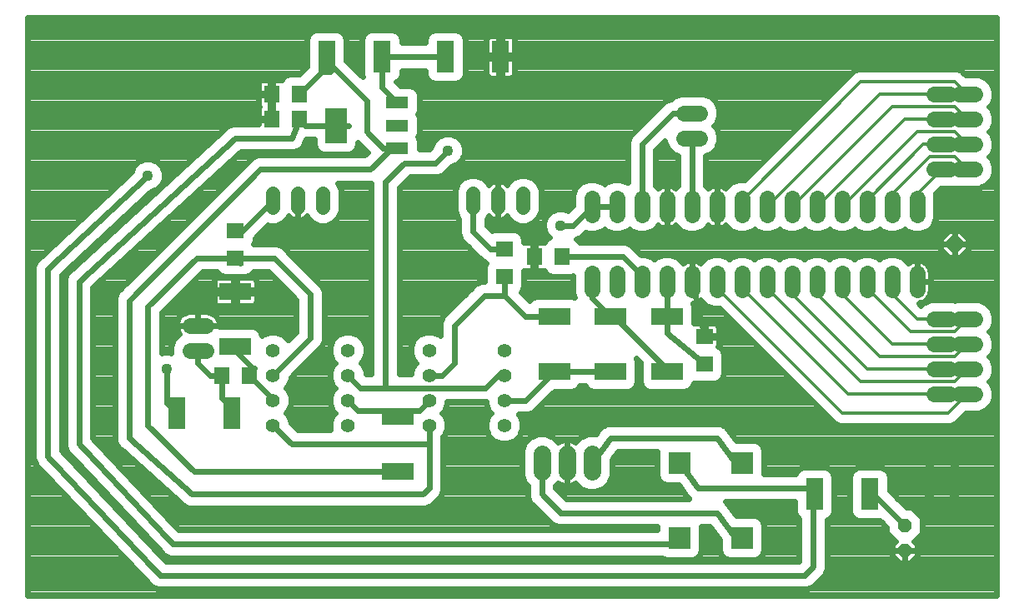
<source format=gbl>
G75*
%MOIN*%
%OFA0B0*%
%FSLAX25Y25*%
%IPPOS*%
%LPD*%
%AMOC8*
5,1,8,0,0,1.08239X$1,22.5*
%
%ADD10R,0.07087X0.06299*%
%ADD11R,0.06299X0.07087*%
%ADD12R,0.08800X0.04800*%
%ADD13R,0.08661X0.14173*%
%ADD14C,0.05600*%
%ADD15C,0.06400*%
%ADD16OC8,0.05600*%
%ADD17R,0.12598X0.07087*%
%ADD18C,0.05600*%
%ADD19R,0.07087X0.12598*%
%ADD20R,0.08858X0.08858*%
%ADD21C,0.07124*%
%ADD22OC8,0.06400*%
%ADD23C,0.02400*%
%ADD24C,0.04362*%
%ADD25C,0.01200*%
D10*
X0199700Y0134188D03*
X0199700Y0145212D03*
X0279700Y0110212D03*
X0279700Y0099188D03*
X0092200Y0141688D03*
X0092200Y0152712D03*
D11*
X0106688Y0197200D03*
X0117712Y0197200D03*
X0117712Y0207200D03*
X0106688Y0207200D03*
X0211688Y0142200D03*
X0222712Y0142200D03*
X0097712Y0094700D03*
X0086688Y0094700D03*
D12*
X0156900Y0185600D03*
X0156900Y0194700D03*
X0156900Y0203800D03*
D13*
X0132499Y0194700D03*
D14*
X0137200Y0104700D03*
X0137200Y0094700D03*
X0137200Y0084700D03*
X0137200Y0074700D03*
X0107200Y0074700D03*
X0107200Y0084700D03*
X0107200Y0094700D03*
X0107200Y0104700D03*
X0169700Y0104700D03*
X0169700Y0094700D03*
X0169700Y0084700D03*
X0169700Y0074700D03*
X0199700Y0074700D03*
X0199700Y0084700D03*
X0199700Y0094700D03*
X0199700Y0104700D03*
D15*
X0234700Y0129000D02*
X0234700Y0135400D01*
X0244700Y0135400D02*
X0244700Y0129000D01*
X0254700Y0129000D02*
X0254700Y0135400D01*
X0264700Y0135400D02*
X0264700Y0129000D01*
X0274700Y0129000D02*
X0274700Y0135400D01*
X0284700Y0135400D02*
X0284700Y0129000D01*
X0294700Y0129000D02*
X0294700Y0135400D01*
X0304700Y0135400D02*
X0304700Y0129000D01*
X0314700Y0129000D02*
X0314700Y0135400D01*
X0324700Y0135400D02*
X0324700Y0129000D01*
X0334700Y0129000D02*
X0334700Y0135400D01*
X0344700Y0135400D02*
X0344700Y0129000D01*
X0354700Y0129000D02*
X0354700Y0135400D01*
X0364700Y0135400D02*
X0364700Y0129000D01*
X0371500Y0117200D02*
X0377900Y0117200D01*
X0381500Y0117200D02*
X0387900Y0117200D01*
X0387900Y0107200D02*
X0381500Y0107200D01*
X0377900Y0107200D02*
X0371500Y0107200D01*
X0371500Y0097200D02*
X0377900Y0097200D01*
X0381500Y0097200D02*
X0387900Y0097200D01*
X0387900Y0087200D02*
X0381500Y0087200D01*
X0377900Y0087200D02*
X0371500Y0087200D01*
X0364700Y0159000D02*
X0364700Y0165400D01*
X0354700Y0165400D02*
X0354700Y0159000D01*
X0344700Y0159000D02*
X0344700Y0165400D01*
X0334700Y0165400D02*
X0334700Y0159000D01*
X0324700Y0159000D02*
X0324700Y0165400D01*
X0314700Y0165400D02*
X0314700Y0159000D01*
X0304700Y0159000D02*
X0304700Y0165400D01*
X0294700Y0165400D02*
X0294700Y0159000D01*
X0284700Y0159000D02*
X0284700Y0165400D01*
X0274700Y0165400D02*
X0274700Y0159000D01*
X0264700Y0159000D02*
X0264700Y0165400D01*
X0254700Y0165400D02*
X0254700Y0159000D01*
X0244700Y0159000D02*
X0244700Y0165400D01*
X0234700Y0165400D02*
X0234700Y0159000D01*
X0271500Y0189700D02*
X0277900Y0189700D01*
X0277900Y0199700D02*
X0271500Y0199700D01*
X0371500Y0197200D02*
X0377900Y0197200D01*
X0381500Y0197200D02*
X0387900Y0197200D01*
X0387900Y0187200D02*
X0381500Y0187200D01*
X0377900Y0187200D02*
X0371500Y0187200D01*
X0371500Y0177200D02*
X0377900Y0177200D01*
X0381500Y0177200D02*
X0387900Y0177200D01*
X0387900Y0207200D02*
X0381500Y0207200D01*
X0377900Y0207200D02*
X0371500Y0207200D01*
X0080400Y0114700D02*
X0074000Y0114700D01*
X0074000Y0104700D02*
X0080400Y0104700D01*
D16*
X0359700Y0034700D03*
X0359700Y0024700D03*
D17*
X0264700Y0096176D03*
X0242200Y0096176D03*
X0219700Y0096176D03*
X0219700Y0118224D03*
X0242200Y0118224D03*
X0264700Y0118224D03*
X0157200Y0078224D03*
X0157200Y0056176D03*
X0092200Y0106176D03*
X0092200Y0128224D03*
D18*
X0107200Y0161900D02*
X0107200Y0167500D01*
X0117200Y0167500D02*
X0117200Y0161900D01*
X0127200Y0161900D02*
X0127200Y0167500D01*
X0187200Y0167500D02*
X0187200Y0161900D01*
X0197200Y0161900D02*
X0197200Y0167500D01*
X0207200Y0167500D02*
X0207200Y0161900D01*
D19*
X0198224Y0222200D03*
X0176176Y0222200D03*
X0150724Y0222200D03*
X0128676Y0222200D03*
X0090724Y0079700D03*
X0068676Y0079700D03*
X0323676Y0047200D03*
X0345724Y0047200D03*
D20*
X0294700Y0059700D03*
X0269700Y0059700D03*
X0269700Y0029700D03*
X0294700Y0029700D03*
D21*
X0234700Y0056138D02*
X0234700Y0063262D01*
X0224700Y0063262D02*
X0224700Y0056138D01*
X0214700Y0056138D02*
X0214700Y0063262D01*
D22*
X0379700Y0147200D03*
D23*
X0009100Y0237761D02*
X0009100Y0006600D01*
X0396501Y0006600D01*
X0396501Y0237761D01*
X0009100Y0237761D01*
X0009100Y0237254D02*
X0396501Y0237254D01*
X0396501Y0234856D02*
X0009100Y0234856D01*
X0009100Y0232457D02*
X0123190Y0232457D01*
X0122641Y0232229D02*
X0121403Y0230992D01*
X0120733Y0229374D01*
X0120733Y0218141D01*
X0117736Y0215143D01*
X0113687Y0215143D01*
X0112070Y0214473D01*
X0110832Y0213236D01*
X0110653Y0212803D01*
X0110127Y0212943D01*
X0107063Y0212943D01*
X0107063Y0207575D01*
X0106313Y0207575D01*
X0106313Y0206825D01*
X0101339Y0206825D01*
X0101339Y0203367D01*
X0101489Y0202808D01*
X0101778Y0202306D01*
X0101884Y0202200D01*
X0101778Y0202094D01*
X0101489Y0201592D01*
X0101339Y0201033D01*
X0101339Y0197575D01*
X0106313Y0197575D01*
X0106313Y0196825D01*
X0101339Y0196825D01*
X0101339Y0195300D01*
X0092317Y0195300D01*
X0091320Y0195342D01*
X0091207Y0195300D01*
X0091086Y0195300D01*
X0090165Y0194918D01*
X0089228Y0194575D01*
X0089139Y0194494D01*
X0089028Y0194447D01*
X0088323Y0193742D01*
X0026639Y0136994D01*
X0026528Y0136947D01*
X0025823Y0136242D01*
X0025089Y0135567D01*
X0025038Y0135457D01*
X0024953Y0135372D01*
X0024571Y0134451D01*
X0024151Y0133546D01*
X0024146Y0133425D01*
X0024100Y0133314D01*
X0024100Y0132317D01*
X0024058Y0131320D01*
X0024100Y0131207D01*
X0024100Y0067290D01*
X0024067Y0066267D01*
X0024100Y0066180D01*
X0024100Y0066086D01*
X0024492Y0065140D01*
X0024853Y0064183D01*
X0024917Y0064114D01*
X0024953Y0064028D01*
X0025676Y0063304D01*
X0062417Y0024114D01*
X0062453Y0024028D01*
X0063176Y0023304D01*
X0063876Y0022557D01*
X0063962Y0022519D01*
X0064028Y0022453D01*
X0064974Y0022061D01*
X0065906Y0021639D01*
X0066000Y0021636D01*
X0066086Y0021600D01*
X0067110Y0021600D01*
X0068133Y0021567D01*
X0068220Y0021600D01*
X0262719Y0021600D01*
X0262778Y0021541D01*
X0264396Y0020871D01*
X0275004Y0020871D01*
X0276622Y0021541D01*
X0277859Y0022778D01*
X0278529Y0024396D01*
X0278529Y0034100D01*
X0281900Y0034100D01*
X0285871Y0028805D01*
X0285871Y0024396D01*
X0286541Y0022778D01*
X0287778Y0021541D01*
X0289396Y0020871D01*
X0300004Y0020871D01*
X0301622Y0021541D01*
X0302859Y0022778D01*
X0303529Y0024396D01*
X0303529Y0035004D01*
X0302859Y0036622D01*
X0301622Y0037859D01*
X0300004Y0038529D01*
X0292578Y0038529D01*
X0289604Y0042495D01*
X0289447Y0042872D01*
X0288941Y0043378D01*
X0288512Y0043951D01*
X0288260Y0044100D01*
X0315733Y0044100D01*
X0315733Y0040026D01*
X0316403Y0038408D01*
X0317624Y0037188D01*
X0317624Y0020543D01*
X0317380Y0020300D01*
X0064609Y0020300D01*
X0022800Y0064431D01*
X0022800Y0134774D01*
X0058368Y0168119D01*
X0058509Y0168119D01*
X0060928Y0169121D01*
X0062779Y0170972D01*
X0063781Y0173391D01*
X0063781Y0176009D01*
X0062779Y0178428D01*
X0060928Y0180279D01*
X0058509Y0181281D01*
X0055891Y0181281D01*
X0053472Y0180279D01*
X0051621Y0178428D01*
X0050752Y0176332D01*
X0014114Y0141983D01*
X0014028Y0141947D01*
X0013304Y0141224D01*
X0012557Y0140524D01*
X0012519Y0140438D01*
X0012453Y0140372D01*
X0012061Y0139426D01*
X0011639Y0138494D01*
X0011636Y0138400D01*
X0011600Y0138314D01*
X0011600Y0137290D01*
X0011567Y0136267D01*
X0011600Y0136180D01*
X0011600Y0062276D01*
X0011572Y0061238D01*
X0011600Y0061165D01*
X0011600Y0061086D01*
X0011997Y0060127D01*
X0012369Y0059157D01*
X0012423Y0059100D01*
X0012453Y0059028D01*
X0013187Y0058294D01*
X0057423Y0011600D01*
X0057453Y0011528D01*
X0058187Y0010794D01*
X0058901Y0010040D01*
X0058972Y0010008D01*
X0059028Y0009953D01*
X0059987Y0009555D01*
X0060935Y0009132D01*
X0061014Y0009130D01*
X0061086Y0009100D01*
X0062124Y0009100D01*
X0063162Y0009072D01*
X0063235Y0009100D01*
X0320814Y0009100D01*
X0322872Y0009953D01*
X0327971Y0015051D01*
X0328824Y0017110D01*
X0328824Y0036803D01*
X0329712Y0037171D01*
X0330950Y0038408D01*
X0331620Y0040026D01*
X0331620Y0054374D01*
X0330950Y0055992D01*
X0329712Y0057229D01*
X0328095Y0057899D01*
X0319258Y0057899D01*
X0317641Y0057229D01*
X0316403Y0055992D01*
X0316116Y0055300D01*
X0303529Y0055300D01*
X0303529Y0065004D01*
X0302859Y0066622D01*
X0301622Y0067859D01*
X0300004Y0068529D01*
X0292578Y0068529D01*
X0289604Y0072495D01*
X0289447Y0072872D01*
X0288941Y0073378D01*
X0288512Y0073951D01*
X0288161Y0074159D01*
X0287872Y0074447D01*
X0287211Y0074721D01*
X0286595Y0075086D01*
X0286191Y0075144D01*
X0285814Y0075300D01*
X0285098Y0075300D01*
X0284389Y0075401D01*
X0283994Y0075300D01*
X0242906Y0075300D01*
X0242511Y0075401D01*
X0241802Y0075300D01*
X0241086Y0075300D01*
X0240709Y0075144D01*
X0240305Y0075086D01*
X0239689Y0074721D01*
X0239028Y0074447D01*
X0238739Y0074159D01*
X0238388Y0073951D01*
X0237959Y0073378D01*
X0237453Y0072872D01*
X0237296Y0072495D01*
X0236329Y0071206D01*
X0236284Y0071224D01*
X0233116Y0071224D01*
X0230190Y0070012D01*
X0228095Y0067918D01*
X0227720Y0068190D01*
X0226912Y0068602D01*
X0226049Y0068883D01*
X0225153Y0069024D01*
X0224700Y0069024D01*
X0224700Y0059700D01*
X0224700Y0059700D01*
X0224700Y0069024D01*
X0224246Y0069024D01*
X0223351Y0068883D01*
X0222488Y0068602D01*
X0221680Y0068190D01*
X0221305Y0067918D01*
X0219210Y0070012D01*
X0216284Y0071224D01*
X0213116Y0071224D01*
X0210190Y0070012D01*
X0207950Y0067772D01*
X0206738Y0064846D01*
X0206738Y0054554D01*
X0207950Y0051628D01*
X0209100Y0050478D01*
X0209100Y0046086D01*
X0209953Y0044028D01*
X0219028Y0034953D01*
X0221086Y0034100D01*
X0260871Y0034100D01*
X0260871Y0032800D01*
X0069626Y0032800D01*
X0035300Y0069414D01*
X0035300Y0129743D01*
X0094384Y0184100D01*
X0113618Y0184100D01*
X0113647Y0184088D01*
X0114730Y0184100D01*
X0115814Y0184100D01*
X0115843Y0184112D01*
X0115875Y0184112D01*
X0116871Y0184538D01*
X0117872Y0184953D01*
X0117894Y0184975D01*
X0117923Y0184987D01*
X0118681Y0185762D01*
X0119447Y0186528D01*
X0119459Y0186557D01*
X0119482Y0186579D01*
X0119885Y0187585D01*
X0120300Y0188586D01*
X0120300Y0188618D01*
X0120494Y0189100D01*
X0123769Y0189100D01*
X0123769Y0186738D01*
X0124438Y0185121D01*
X0125676Y0183883D01*
X0127293Y0183213D01*
X0137705Y0183213D01*
X0139322Y0183883D01*
X0140560Y0185121D01*
X0141230Y0186738D01*
X0141230Y0187751D01*
X0145080Y0183900D01*
X0143980Y0182800D01*
X0101086Y0182800D01*
X0099028Y0181947D01*
X0046528Y0129447D01*
X0044953Y0127872D01*
X0044100Y0125814D01*
X0044100Y0070662D01*
X0044049Y0070518D01*
X0044100Y0069553D01*
X0044100Y0068586D01*
X0044158Y0068445D01*
X0044166Y0068293D01*
X0044583Y0067421D01*
X0044953Y0066528D01*
X0045060Y0066420D01*
X0045126Y0066283D01*
X0045844Y0065636D01*
X0046528Y0064953D01*
X0046669Y0064894D01*
X0070844Y0043136D01*
X0071528Y0042453D01*
X0071669Y0042394D01*
X0071782Y0042292D01*
X0072693Y0041970D01*
X0073586Y0041600D01*
X0073738Y0041600D01*
X0073882Y0041549D01*
X0074847Y0041600D01*
X0168314Y0041600D01*
X0170372Y0042453D01*
X0171947Y0044028D01*
X0174447Y0046528D01*
X0175300Y0048586D01*
X0175300Y0070118D01*
X0175804Y0070622D01*
X0176900Y0073268D01*
X0176900Y0076132D01*
X0175804Y0078778D01*
X0174882Y0079700D01*
X0175804Y0080622D01*
X0176900Y0083268D01*
X0176900Y0084100D01*
X0192500Y0084100D01*
X0192500Y0083268D01*
X0193596Y0080622D01*
X0194518Y0079700D01*
X0193596Y0078778D01*
X0192500Y0076132D01*
X0192500Y0073268D01*
X0193596Y0070622D01*
X0195622Y0068596D01*
X0198268Y0067500D01*
X0201132Y0067500D01*
X0203778Y0068596D01*
X0205804Y0070622D01*
X0206900Y0073268D01*
X0206900Y0076132D01*
X0205804Y0078778D01*
X0205482Y0079100D01*
X0209338Y0079100D01*
X0211396Y0079953D01*
X0212971Y0081528D01*
X0219676Y0088233D01*
X0226874Y0088233D01*
X0228492Y0088903D01*
X0229729Y0090141D01*
X0229910Y0090576D01*
X0231990Y0090576D01*
X0232171Y0090141D01*
X0233408Y0088903D01*
X0235026Y0088233D01*
X0249374Y0088233D01*
X0250992Y0088903D01*
X0252229Y0090141D01*
X0252899Y0091758D01*
X0252899Y0100595D01*
X0252555Y0101425D01*
X0254001Y0099980D01*
X0254001Y0091758D01*
X0254671Y0090141D01*
X0255908Y0088903D01*
X0257526Y0088233D01*
X0271874Y0088233D01*
X0273492Y0088903D01*
X0274729Y0090141D01*
X0275350Y0091639D01*
X0284119Y0091639D01*
X0285736Y0092308D01*
X0286973Y0093546D01*
X0287643Y0095163D01*
X0287643Y0103213D01*
X0286973Y0104830D01*
X0285736Y0106068D01*
X0285303Y0106247D01*
X0285443Y0106773D01*
X0285443Y0109837D01*
X0280075Y0109837D01*
X0280075Y0110587D01*
X0279325Y0110587D01*
X0279325Y0115561D01*
X0275867Y0115561D01*
X0275399Y0115436D01*
X0275399Y0122642D01*
X0275002Y0123600D01*
X0275125Y0123600D01*
X0275965Y0123733D01*
X0276773Y0123996D01*
X0277530Y0124382D01*
X0278189Y0124860D01*
X0278257Y0124695D01*
X0280395Y0122557D01*
X0283188Y0121400D01*
X0285929Y0121400D01*
X0330461Y0076868D01*
X0331868Y0075461D01*
X0333705Y0074700D01*
X0378195Y0074700D01*
X0380032Y0075461D01*
X0384171Y0079600D01*
X0389412Y0079600D01*
X0392205Y0080757D01*
X0394343Y0082895D01*
X0395500Y0085688D01*
X0395500Y0088712D01*
X0394343Y0091505D01*
X0393648Y0092200D01*
X0394343Y0092895D01*
X0395500Y0095688D01*
X0395500Y0098712D01*
X0394343Y0101505D01*
X0393648Y0102200D01*
X0394343Y0102895D01*
X0395500Y0105688D01*
X0395500Y0108712D01*
X0394343Y0111505D01*
X0393648Y0112200D01*
X0394343Y0112895D01*
X0395500Y0115688D01*
X0395500Y0118712D01*
X0394343Y0121505D01*
X0392205Y0123643D01*
X0389412Y0124800D01*
X0379988Y0124800D01*
X0379700Y0124681D01*
X0379412Y0124800D01*
X0369988Y0124800D01*
X0367195Y0123643D01*
X0366262Y0122710D01*
X0365337Y0123634D01*
X0365965Y0123733D01*
X0366773Y0123996D01*
X0367530Y0124382D01*
X0368218Y0124881D01*
X0368819Y0125482D01*
X0369318Y0126170D01*
X0369704Y0126927D01*
X0369967Y0127735D01*
X0370100Y0128575D01*
X0370100Y0132200D01*
X0370100Y0135825D01*
X0369967Y0136665D01*
X0369704Y0137473D01*
X0369318Y0138230D01*
X0368819Y0138918D01*
X0368218Y0139519D01*
X0367530Y0140018D01*
X0366773Y0140404D01*
X0365965Y0140667D01*
X0365125Y0140800D01*
X0364700Y0140800D01*
X0364700Y0132200D01*
X0364700Y0132200D01*
X0370100Y0132200D01*
X0364700Y0132200D01*
X0364700Y0132200D01*
X0364700Y0140800D01*
X0364275Y0140800D01*
X0363435Y0140667D01*
X0362627Y0140404D01*
X0361870Y0140018D01*
X0361211Y0139540D01*
X0361143Y0139705D01*
X0359005Y0141843D01*
X0356212Y0143000D01*
X0353188Y0143000D01*
X0350395Y0141843D01*
X0349700Y0141148D01*
X0349005Y0141843D01*
X0346212Y0143000D01*
X0343188Y0143000D01*
X0340395Y0141843D01*
X0339700Y0141148D01*
X0339005Y0141843D01*
X0336212Y0143000D01*
X0333188Y0143000D01*
X0330395Y0141843D01*
X0329700Y0141148D01*
X0329005Y0141843D01*
X0326212Y0143000D01*
X0323188Y0143000D01*
X0320395Y0141843D01*
X0319700Y0141148D01*
X0319005Y0141843D01*
X0316212Y0143000D01*
X0313188Y0143000D01*
X0310395Y0141843D01*
X0309700Y0141148D01*
X0309005Y0141843D01*
X0306212Y0143000D01*
X0303188Y0143000D01*
X0300395Y0141843D01*
X0299700Y0141148D01*
X0299005Y0141843D01*
X0296212Y0143000D01*
X0293188Y0143000D01*
X0290395Y0141843D01*
X0289700Y0141148D01*
X0289005Y0141843D01*
X0286212Y0143000D01*
X0283188Y0143000D01*
X0280395Y0141843D01*
X0278257Y0139705D01*
X0278189Y0139540D01*
X0277530Y0140018D01*
X0276773Y0140404D01*
X0275965Y0140667D01*
X0275125Y0140800D01*
X0274700Y0140800D01*
X0274700Y0132200D01*
X0279700Y0110212D01*
X0280075Y0110133D02*
X0297196Y0110133D01*
X0299594Y0107734D02*
X0285443Y0107734D01*
X0286468Y0105336D02*
X0301993Y0105336D01*
X0304391Y0102937D02*
X0287643Y0102937D01*
X0287643Y0100539D02*
X0306790Y0100539D01*
X0309188Y0098140D02*
X0287643Y0098140D01*
X0287643Y0095742D02*
X0311587Y0095742D01*
X0313985Y0093343D02*
X0286771Y0093343D01*
X0275062Y0090945D02*
X0316384Y0090945D01*
X0318783Y0088546D02*
X0272631Y0088546D01*
X0267200Y0094700D02*
X0266176Y0094700D01*
X0264700Y0096176D01*
X0267200Y0094700D02*
X0243676Y0118224D01*
X0242200Y0118224D01*
X0234700Y0125724D01*
X0234700Y0132200D01*
X0227100Y0131720D02*
X0207643Y0131720D01*
X0207643Y0130163D02*
X0207643Y0136633D01*
X0207689Y0136607D01*
X0208249Y0136457D01*
X0211313Y0136457D01*
X0211313Y0141825D01*
X0212063Y0141825D01*
X0212063Y0136457D01*
X0215127Y0136457D01*
X0215653Y0136597D01*
X0215832Y0136164D01*
X0217070Y0134927D01*
X0218687Y0134257D01*
X0226737Y0134257D01*
X0227100Y0134407D01*
X0227100Y0127488D01*
X0227807Y0125780D01*
X0226874Y0126167D01*
X0212526Y0126167D01*
X0210908Y0125497D01*
X0209860Y0124448D01*
X0206368Y0127940D01*
X0206973Y0128546D01*
X0207643Y0130163D01*
X0207294Y0129321D02*
X0227100Y0129321D01*
X0227334Y0126923D02*
X0207385Y0126923D01*
X0209784Y0124524D02*
X0209935Y0124524D01*
X0208165Y0118224D02*
X0199700Y0126688D01*
X0191688Y0126688D01*
X0179700Y0114700D01*
X0179700Y0099700D01*
X0174700Y0094700D01*
X0169700Y0094700D01*
X0163332Y0098140D02*
X0157800Y0098140D01*
X0157800Y0095742D02*
X0162500Y0095742D01*
X0162500Y0096132D02*
X0162500Y0095300D01*
X0157800Y0095300D01*
X0157800Y0169880D01*
X0162020Y0174100D01*
X0173314Y0174100D01*
X0175372Y0174953D01*
X0178559Y0178140D01*
X0180928Y0179121D01*
X0182779Y0180972D01*
X0183781Y0183391D01*
X0183781Y0186009D01*
X0182779Y0188428D01*
X0180928Y0190279D01*
X0178509Y0191281D01*
X0175891Y0191281D01*
X0173472Y0190279D01*
X0171621Y0188428D01*
X0170640Y0186059D01*
X0169880Y0185300D01*
X0165700Y0185300D01*
X0165700Y0188875D01*
X0165172Y0190150D01*
X0165700Y0191425D01*
X0165700Y0197975D01*
X0165172Y0199250D01*
X0165700Y0200525D01*
X0165700Y0207075D01*
X0165030Y0208692D01*
X0163792Y0209930D01*
X0162175Y0210600D01*
X0158020Y0210600D01*
X0156540Y0212080D01*
X0156759Y0212171D01*
X0157997Y0213408D01*
X0158667Y0215026D01*
X0158667Y0216600D01*
X0168233Y0216600D01*
X0168233Y0215026D01*
X0168903Y0213408D01*
X0170141Y0212171D01*
X0171758Y0211501D01*
X0180595Y0211501D01*
X0182212Y0212171D01*
X0183450Y0213408D01*
X0184120Y0215026D01*
X0184120Y0229374D01*
X0183450Y0230992D01*
X0182212Y0232229D01*
X0180595Y0232899D01*
X0171758Y0232899D01*
X0170141Y0232229D01*
X0168903Y0230992D01*
X0168233Y0229374D01*
X0168233Y0227800D01*
X0158667Y0227800D01*
X0158667Y0229374D01*
X0157997Y0230992D01*
X0156759Y0232229D01*
X0155142Y0232899D01*
X0146305Y0232899D01*
X0144688Y0232229D01*
X0143450Y0230992D01*
X0142780Y0229374D01*
X0142780Y0215026D01*
X0143124Y0214195D01*
X0136620Y0220700D01*
X0136620Y0229374D01*
X0135950Y0230992D01*
X0134712Y0232229D01*
X0133095Y0232899D01*
X0124258Y0232899D01*
X0122641Y0232229D01*
X0121016Y0230059D02*
X0009100Y0230059D01*
X0009100Y0227660D02*
X0120733Y0227660D01*
X0120733Y0225262D02*
X0009100Y0225262D01*
X0009100Y0222863D02*
X0120733Y0222863D01*
X0120733Y0220465D02*
X0009100Y0220465D01*
X0009100Y0218066D02*
X0120658Y0218066D01*
X0118260Y0215668D02*
X0009100Y0215668D01*
X0009100Y0213269D02*
X0110865Y0213269D01*
X0107063Y0210870D02*
X0106313Y0210870D01*
X0106313Y0212943D02*
X0106313Y0207575D01*
X0101339Y0207575D01*
X0101339Y0211033D01*
X0101489Y0211592D01*
X0101778Y0212094D01*
X0102188Y0212504D01*
X0102689Y0212793D01*
X0103249Y0212943D01*
X0106313Y0212943D01*
X0101339Y0210870D02*
X0009100Y0210870D01*
X0009100Y0208472D02*
X0101339Y0208472D01*
X0101339Y0206073D02*
X0009100Y0206073D01*
X0009100Y0203675D02*
X0101339Y0203675D01*
X0101404Y0201276D02*
X0009100Y0201276D01*
X0009100Y0198878D02*
X0101339Y0198878D01*
X0101339Y0196479D02*
X0009100Y0196479D01*
X0009100Y0194081D02*
X0088661Y0194081D01*
X0086084Y0191682D02*
X0009100Y0191682D01*
X0009100Y0189284D02*
X0083477Y0189284D01*
X0080870Y0186885D02*
X0009100Y0186885D01*
X0009100Y0184487D02*
X0078262Y0184487D01*
X0075655Y0182088D02*
X0009100Y0182088D01*
X0009100Y0179690D02*
X0052883Y0179690D01*
X0051150Y0177291D02*
X0009100Y0177291D01*
X0009100Y0174893D02*
X0049218Y0174893D01*
X0046659Y0172494D02*
X0009100Y0172494D01*
X0009100Y0170096D02*
X0044101Y0170096D01*
X0041543Y0167697D02*
X0009100Y0167697D01*
X0009100Y0165299D02*
X0038984Y0165299D01*
X0036426Y0162900D02*
X0009100Y0162900D01*
X0009100Y0160502D02*
X0033867Y0160502D01*
X0031309Y0158103D02*
X0009100Y0158103D01*
X0009100Y0155705D02*
X0028751Y0155705D01*
X0026192Y0153306D02*
X0009100Y0153306D01*
X0009100Y0150908D02*
X0023634Y0150908D01*
X0021075Y0148509D02*
X0009100Y0148509D01*
X0009100Y0146111D02*
X0018517Y0146111D01*
X0015958Y0143712D02*
X0009100Y0143712D01*
X0009100Y0141314D02*
X0013394Y0141314D01*
X0011829Y0138915D02*
X0009100Y0138915D01*
X0009100Y0136517D02*
X0011575Y0136517D01*
X0011600Y0134118D02*
X0009100Y0134118D01*
X0009100Y0131720D02*
X0011600Y0131720D01*
X0011600Y0129321D02*
X0009100Y0129321D01*
X0009100Y0126923D02*
X0011600Y0126923D01*
X0011600Y0124524D02*
X0009100Y0124524D01*
X0009100Y0122126D02*
X0011600Y0122126D01*
X0011600Y0119727D02*
X0009100Y0119727D01*
X0009100Y0117329D02*
X0011600Y0117329D01*
X0011600Y0114930D02*
X0009100Y0114930D01*
X0009100Y0112532D02*
X0011600Y0112532D01*
X0011600Y0110133D02*
X0009100Y0110133D01*
X0009100Y0107734D02*
X0011600Y0107734D01*
X0011600Y0105336D02*
X0009100Y0105336D01*
X0009100Y0102937D02*
X0011600Y0102937D01*
X0011600Y0100539D02*
X0009100Y0100539D01*
X0009100Y0098140D02*
X0011600Y0098140D01*
X0011600Y0095742D02*
X0009100Y0095742D01*
X0009100Y0093343D02*
X0011600Y0093343D01*
X0011600Y0090945D02*
X0009100Y0090945D01*
X0009100Y0088546D02*
X0011600Y0088546D01*
X0011600Y0086148D02*
X0009100Y0086148D01*
X0009100Y0083749D02*
X0011600Y0083749D01*
X0011600Y0081351D02*
X0009100Y0081351D01*
X0009100Y0078952D02*
X0011600Y0078952D01*
X0011600Y0076554D02*
X0009100Y0076554D01*
X0009100Y0074155D02*
X0011600Y0074155D01*
X0011600Y0071757D02*
X0009100Y0071757D01*
X0009100Y0069358D02*
X0011600Y0069358D01*
X0011600Y0066960D02*
X0009100Y0066960D01*
X0009100Y0064561D02*
X0011600Y0064561D01*
X0011597Y0062163D02*
X0009100Y0062163D01*
X0009100Y0059764D02*
X0012136Y0059764D01*
X0014066Y0057366D02*
X0009100Y0057366D01*
X0009100Y0054967D02*
X0016338Y0054967D01*
X0018610Y0052569D02*
X0009100Y0052569D01*
X0009100Y0050170D02*
X0020883Y0050170D01*
X0023155Y0047772D02*
X0009100Y0047772D01*
X0009100Y0045373D02*
X0025427Y0045373D01*
X0027699Y0042975D02*
X0009100Y0042975D01*
X0009100Y0040576D02*
X0029972Y0040576D01*
X0032244Y0038178D02*
X0009100Y0038178D01*
X0009100Y0035779D02*
X0034516Y0035779D01*
X0036789Y0033381D02*
X0009100Y0033381D01*
X0009100Y0030982D02*
X0039061Y0030982D01*
X0041333Y0028584D02*
X0009100Y0028584D01*
X0009100Y0026185D02*
X0043605Y0026185D01*
X0045878Y0023787D02*
X0009100Y0023787D01*
X0009100Y0021388D02*
X0048150Y0021388D01*
X0050422Y0018990D02*
X0009100Y0018990D01*
X0009100Y0016591D02*
X0052694Y0016591D01*
X0054967Y0014193D02*
X0009100Y0014193D01*
X0009100Y0011794D02*
X0057239Y0011794D01*
X0060345Y0009396D02*
X0009100Y0009396D01*
X0009100Y0006997D02*
X0396501Y0006997D01*
X0396501Y0009396D02*
X0321527Y0009396D01*
X0324714Y0011794D02*
X0396501Y0011794D01*
X0396501Y0014193D02*
X0327112Y0014193D01*
X0328609Y0016591D02*
X0396501Y0016591D01*
X0396501Y0018990D02*
X0328824Y0018990D01*
X0328824Y0021388D02*
X0355941Y0021388D01*
X0354700Y0022629D02*
X0357629Y0019700D01*
X0359700Y0019700D01*
X0361771Y0019700D01*
X0364700Y0022629D01*
X0364700Y0024700D01*
X0364700Y0026771D01*
X0363327Y0028144D01*
X0366900Y0031718D01*
X0366900Y0037682D01*
X0362682Y0041900D01*
X0360420Y0041900D01*
X0353667Y0048653D01*
X0353667Y0054374D01*
X0352997Y0055992D01*
X0351759Y0057229D01*
X0350142Y0057899D01*
X0341305Y0057899D01*
X0339688Y0057229D01*
X0338450Y0055992D01*
X0337780Y0054374D01*
X0337780Y0040026D01*
X0338450Y0038408D01*
X0339688Y0037171D01*
X0341305Y0036501D01*
X0349980Y0036501D01*
X0352500Y0033980D01*
X0352500Y0031718D01*
X0356073Y0028144D01*
X0354700Y0026771D01*
X0354700Y0024700D01*
X0359700Y0024700D01*
X0364700Y0024700D01*
X0359700Y0024700D01*
X0359700Y0024700D01*
X0359700Y0024700D01*
X0359700Y0019700D01*
X0359700Y0024700D01*
X0359700Y0024700D01*
X0354700Y0024700D01*
X0354700Y0022629D01*
X0354700Y0023787D02*
X0328824Y0023787D01*
X0328824Y0026185D02*
X0354700Y0026185D01*
X0355634Y0028584D02*
X0328824Y0028584D01*
X0328824Y0030982D02*
X0353236Y0030982D01*
X0352500Y0033381D02*
X0328824Y0033381D01*
X0328824Y0035779D02*
X0350701Y0035779D01*
X0359700Y0034700D02*
X0345724Y0048676D01*
X0345724Y0047200D01*
X0337780Y0047772D02*
X0331620Y0047772D01*
X0331620Y0050170D02*
X0337780Y0050170D01*
X0337780Y0052569D02*
X0331620Y0052569D01*
X0331374Y0054967D02*
X0338026Y0054967D01*
X0340017Y0057366D02*
X0329383Y0057366D01*
X0323676Y0051176D02*
X0323676Y0047200D01*
X0324700Y0047200D01*
X0323224Y0045724D01*
X0323224Y0018224D01*
X0319700Y0014700D01*
X0062200Y0014700D01*
X0017200Y0062200D01*
X0017200Y0137200D01*
X0057200Y0174700D01*
X0063250Y0177291D02*
X0070441Y0177291D01*
X0067834Y0174893D02*
X0063781Y0174893D01*
X0063410Y0172494D02*
X0065227Y0172494D01*
X0062620Y0170096D02*
X0061903Y0170096D01*
X0060013Y0167697D02*
X0057918Y0167697D01*
X0057406Y0165299D02*
X0055360Y0165299D01*
X0054799Y0162900D02*
X0052801Y0162900D01*
X0052192Y0160502D02*
X0050243Y0160502D01*
X0049585Y0158103D02*
X0047685Y0158103D01*
X0046978Y0155705D02*
X0045126Y0155705D01*
X0044370Y0153306D02*
X0042568Y0153306D01*
X0041763Y0150908D02*
X0040009Y0150908D01*
X0039156Y0148509D02*
X0037451Y0148509D01*
X0036549Y0146111D02*
X0034893Y0146111D01*
X0033942Y0143712D02*
X0032334Y0143712D01*
X0031335Y0141314D02*
X0029776Y0141314D01*
X0028728Y0138915D02*
X0027217Y0138915D01*
X0026097Y0136517D02*
X0024659Y0136517D01*
X0024417Y0134118D02*
X0022800Y0134118D01*
X0022800Y0131720D02*
X0024075Y0131720D01*
X0024100Y0129321D02*
X0022800Y0129321D01*
X0022800Y0126923D02*
X0024100Y0126923D01*
X0024100Y0124524D02*
X0022800Y0124524D01*
X0022800Y0122126D02*
X0024100Y0122126D01*
X0024100Y0119727D02*
X0022800Y0119727D01*
X0022800Y0117329D02*
X0024100Y0117329D01*
X0024100Y0114930D02*
X0022800Y0114930D01*
X0022800Y0112532D02*
X0024100Y0112532D01*
X0024100Y0110133D02*
X0022800Y0110133D01*
X0022800Y0107734D02*
X0024100Y0107734D01*
X0024100Y0105336D02*
X0022800Y0105336D01*
X0022800Y0102937D02*
X0024100Y0102937D01*
X0024100Y0100539D02*
X0022800Y0100539D01*
X0022800Y0098140D02*
X0024100Y0098140D01*
X0024100Y0095742D02*
X0022800Y0095742D01*
X0022800Y0093343D02*
X0024100Y0093343D01*
X0024100Y0090945D02*
X0022800Y0090945D01*
X0022800Y0088546D02*
X0024100Y0088546D01*
X0024100Y0086148D02*
X0022800Y0086148D01*
X0022800Y0083749D02*
X0024100Y0083749D01*
X0024100Y0081351D02*
X0022800Y0081351D01*
X0022800Y0078952D02*
X0024100Y0078952D01*
X0024100Y0076554D02*
X0022800Y0076554D01*
X0022800Y0074155D02*
X0024100Y0074155D01*
X0024100Y0071757D02*
X0022800Y0071757D01*
X0022800Y0069358D02*
X0024100Y0069358D01*
X0024089Y0066960D02*
X0022800Y0066960D01*
X0022800Y0064561D02*
X0024710Y0064561D01*
X0024949Y0062163D02*
X0026746Y0062163D01*
X0027222Y0059764D02*
X0028995Y0059764D01*
X0029494Y0057366D02*
X0031243Y0057366D01*
X0031766Y0054967D02*
X0033492Y0054967D01*
X0034038Y0052569D02*
X0035741Y0052569D01*
X0036311Y0050170D02*
X0037989Y0050170D01*
X0038583Y0047772D02*
X0040238Y0047772D01*
X0040855Y0045373D02*
X0042487Y0045373D01*
X0043127Y0042975D02*
X0044735Y0042975D01*
X0045400Y0040576D02*
X0046984Y0040576D01*
X0047672Y0038178D02*
X0049232Y0038178D01*
X0049944Y0035779D02*
X0051481Y0035779D01*
X0052217Y0033381D02*
X0053730Y0033381D01*
X0054489Y0030982D02*
X0055978Y0030982D01*
X0056761Y0028584D02*
X0058227Y0028584D01*
X0059033Y0026185D02*
X0060475Y0026185D01*
X0061306Y0023787D02*
X0062694Y0023787D01*
X0063578Y0021388D02*
X0263147Y0021388D01*
X0269700Y0027200D02*
X0269700Y0029700D01*
X0269700Y0027200D02*
X0067200Y0027200D01*
X0029700Y0067200D01*
X0029700Y0132200D01*
X0092200Y0189700D01*
X0114700Y0189700D01*
X0117712Y0197200D01*
X0120212Y0194700D01*
X0132499Y0194700D01*
X0137499Y0194700D01*
X0144700Y0192200D02*
X0144700Y0204700D01*
X0129188Y0220212D01*
X0130212Y0216235D01*
X0126747Y0216235D01*
X0117712Y0207200D01*
X0107063Y0206825D02*
X0107063Y0201457D01*
X0107063Y0197575D01*
X0106313Y0197575D01*
X0106313Y0206825D01*
X0107063Y0206825D01*
X0107063Y0206073D02*
X0106313Y0206073D01*
X0106313Y0203675D02*
X0107063Y0203675D01*
X0107063Y0201276D02*
X0106313Y0201276D01*
X0106313Y0198878D02*
X0107063Y0198878D01*
X0107063Y0208472D02*
X0106313Y0208472D01*
X0129188Y0220212D02*
X0128676Y0222200D01*
X0136620Y0222863D02*
X0142780Y0222863D01*
X0142780Y0220465D02*
X0136855Y0220465D01*
X0139254Y0218066D02*
X0142780Y0218066D01*
X0142780Y0215668D02*
X0141652Y0215668D01*
X0150724Y0209976D02*
X0150724Y0222200D01*
X0176176Y0222200D01*
X0184120Y0222863D02*
X0192480Y0222863D01*
X0192480Y0222772D02*
X0197652Y0222772D01*
X0197652Y0230699D01*
X0194391Y0230699D01*
X0193831Y0230549D01*
X0193329Y0230260D01*
X0192920Y0229850D01*
X0192630Y0229348D01*
X0192480Y0228789D01*
X0192480Y0222772D01*
X0192480Y0221628D02*
X0192480Y0215611D01*
X0192630Y0215052D01*
X0192920Y0214550D01*
X0193329Y0214140D01*
X0193831Y0213851D01*
X0194391Y0213701D01*
X0197652Y0213701D01*
X0197652Y0221628D01*
X0198795Y0221628D01*
X0198795Y0213701D01*
X0202057Y0213701D01*
X0202616Y0213851D01*
X0203118Y0214140D01*
X0203527Y0214550D01*
X0203817Y0215052D01*
X0203967Y0215611D01*
X0203967Y0221628D01*
X0198795Y0221628D01*
X0198795Y0222772D01*
X0197652Y0222772D01*
X0197652Y0221628D01*
X0192480Y0221628D01*
X0192480Y0220465D02*
X0184120Y0220465D01*
X0184120Y0218066D02*
X0192480Y0218066D01*
X0192480Y0215668D02*
X0184120Y0215668D01*
X0183310Y0213269D02*
X0336198Y0213269D01*
X0338596Y0215668D02*
X0203967Y0215668D01*
X0203967Y0218066D02*
X0396501Y0218066D01*
X0396501Y0215668D02*
X0383304Y0215668D01*
X0382532Y0216439D02*
X0380695Y0217200D01*
X0341205Y0217200D01*
X0339368Y0216439D01*
X0295929Y0173000D01*
X0293188Y0173000D01*
X0290395Y0171843D01*
X0288257Y0169705D01*
X0288189Y0169540D01*
X0287530Y0170018D01*
X0286773Y0170404D01*
X0285965Y0170667D01*
X0285125Y0170800D01*
X0284700Y0170800D01*
X0284700Y0162200D01*
X0284700Y0162200D01*
X0284700Y0170800D01*
X0284275Y0170800D01*
X0283435Y0170667D01*
X0282627Y0170404D01*
X0281870Y0170018D01*
X0281211Y0169540D01*
X0281143Y0169705D01*
X0280300Y0170548D01*
X0280300Y0182468D01*
X0282205Y0183257D01*
X0284343Y0185395D01*
X0285500Y0188188D01*
X0285500Y0191212D01*
X0284343Y0194005D01*
X0283648Y0194700D01*
X0284343Y0195395D01*
X0285500Y0198188D01*
X0285500Y0201212D01*
X0284343Y0204005D01*
X0282205Y0206143D01*
X0279412Y0207300D01*
X0269988Y0207300D01*
X0267195Y0206143D01*
X0266352Y0205300D01*
X0266086Y0205300D01*
X0264028Y0204447D01*
X0249953Y0190372D01*
X0249100Y0188314D01*
X0249100Y0171748D01*
X0249005Y0171843D01*
X0246212Y0173000D01*
X0243188Y0173000D01*
X0240395Y0171843D01*
X0239700Y0171148D01*
X0239005Y0171843D01*
X0236212Y0173000D01*
X0233188Y0173000D01*
X0230395Y0171843D01*
X0228257Y0169705D01*
X0227100Y0166912D01*
X0227100Y0162520D01*
X0225172Y0160592D01*
X0223509Y0161281D01*
X0220891Y0161281D01*
X0218472Y0160279D01*
X0216621Y0158428D01*
X0215619Y0156009D01*
X0215619Y0153391D01*
X0216621Y0150972D01*
X0217812Y0149781D01*
X0217070Y0149473D01*
X0215832Y0148236D01*
X0215653Y0147803D01*
X0215127Y0147943D01*
X0212063Y0147943D01*
X0212063Y0142575D01*
X0211313Y0142575D01*
X0211313Y0147943D01*
X0208249Y0147943D01*
X0207689Y0147793D01*
X0207643Y0147767D01*
X0207643Y0149237D01*
X0206973Y0150854D01*
X0205736Y0152092D01*
X0204119Y0152761D01*
X0195281Y0152761D01*
X0194770Y0152550D01*
X0192800Y0154520D01*
X0192800Y0157318D01*
X0193304Y0157822D01*
X0193568Y0158460D01*
X0193943Y0158086D01*
X0194579Y0157624D01*
X0195281Y0157266D01*
X0196029Y0157023D01*
X0196806Y0156900D01*
X0197200Y0156900D01*
X0197594Y0156900D01*
X0198371Y0157023D01*
X0199119Y0157266D01*
X0199821Y0157624D01*
X0200457Y0158086D01*
X0200831Y0158460D01*
X0201096Y0157822D01*
X0203122Y0155796D01*
X0205768Y0154700D01*
X0208632Y0154700D01*
X0211278Y0155796D01*
X0213304Y0157822D01*
X0214400Y0160468D01*
X0214400Y0168932D01*
X0213304Y0171578D01*
X0211278Y0173604D01*
X0208632Y0174700D01*
X0205768Y0174700D01*
X0203122Y0173604D01*
X0201096Y0171578D01*
X0200831Y0170940D01*
X0200457Y0171314D01*
X0199821Y0171776D01*
X0199119Y0172134D01*
X0198371Y0172377D01*
X0197594Y0172500D01*
X0197200Y0172500D01*
X0197200Y0164700D01*
X0197200Y0164700D01*
X0197200Y0172500D01*
X0196806Y0172500D01*
X0196029Y0172377D01*
X0195281Y0172134D01*
X0194579Y0171776D01*
X0193943Y0171314D01*
X0193568Y0170940D01*
X0193304Y0171578D01*
X0191278Y0173604D01*
X0188632Y0174700D01*
X0185768Y0174700D01*
X0183122Y0173604D01*
X0181096Y0171578D01*
X0180000Y0168932D01*
X0180000Y0160468D01*
X0181096Y0157822D01*
X0181600Y0157318D01*
X0181600Y0151086D01*
X0182453Y0149028D01*
X0189441Y0142040D01*
X0191016Y0140464D01*
X0192271Y0139944D01*
X0192373Y0139700D01*
X0191757Y0138213D01*
X0191757Y0132288D01*
X0190574Y0132288D01*
X0188516Y0131436D01*
X0176528Y0119447D01*
X0174953Y0117872D01*
X0174100Y0115814D01*
X0174100Y0110482D01*
X0173778Y0110804D01*
X0171132Y0111900D01*
X0168268Y0111900D01*
X0165622Y0110804D01*
X0163596Y0108778D01*
X0162500Y0106132D01*
X0162500Y0103268D01*
X0163596Y0100622D01*
X0164518Y0099700D01*
X0163596Y0098778D01*
X0162500Y0096132D01*
X0163679Y0100539D02*
X0157800Y0100539D01*
X0157800Y0102937D02*
X0162637Y0102937D01*
X0162500Y0105336D02*
X0157800Y0105336D01*
X0157800Y0107734D02*
X0163164Y0107734D01*
X0164951Y0110133D02*
X0157800Y0110133D01*
X0157800Y0112532D02*
X0174100Y0112532D01*
X0174100Y0114930D02*
X0157800Y0114930D01*
X0157800Y0117329D02*
X0174727Y0117329D01*
X0176528Y0119447D02*
X0176528Y0119447D01*
X0176807Y0119727D02*
X0157800Y0119727D01*
X0157800Y0122126D02*
X0179206Y0122126D01*
X0181605Y0124524D02*
X0157800Y0124524D01*
X0157800Y0126923D02*
X0184003Y0126923D01*
X0186402Y0129321D02*
X0157800Y0129321D01*
X0157800Y0131720D02*
X0189202Y0131720D01*
X0191757Y0134118D02*
X0157800Y0134118D01*
X0157800Y0136517D02*
X0191757Y0136517D01*
X0192048Y0138915D02*
X0157800Y0138915D01*
X0157800Y0141314D02*
X0190167Y0141314D01*
X0187768Y0143712D02*
X0157800Y0143712D01*
X0157800Y0146111D02*
X0185370Y0146111D01*
X0182971Y0148509D02*
X0157800Y0148509D01*
X0157800Y0150908D02*
X0181674Y0150908D01*
X0181600Y0153306D02*
X0157800Y0153306D01*
X0157800Y0155705D02*
X0181600Y0155705D01*
X0180979Y0158103D02*
X0157800Y0158103D01*
X0157800Y0160502D02*
X0180000Y0160502D01*
X0180000Y0162900D02*
X0157800Y0162900D01*
X0157800Y0165299D02*
X0180000Y0165299D01*
X0180000Y0167697D02*
X0157800Y0167697D01*
X0158015Y0170096D02*
X0180482Y0170096D01*
X0182012Y0172494D02*
X0160414Y0172494D01*
X0159700Y0179700D02*
X0152200Y0172200D01*
X0152200Y0089700D01*
X0192200Y0089700D01*
X0197200Y0094700D01*
X0199700Y0094700D01*
X0199700Y0084700D02*
X0208224Y0084700D01*
X0219700Y0096176D01*
X0242200Y0096176D01*
X0252899Y0095742D02*
X0254001Y0095742D01*
X0254001Y0098140D02*
X0252899Y0098140D01*
X0252899Y0100539D02*
X0253441Y0100539D01*
X0252899Y0093343D02*
X0254001Y0093343D01*
X0254338Y0090945D02*
X0252562Y0090945D01*
X0250131Y0088546D02*
X0256769Y0088546D01*
X0234269Y0088546D02*
X0227631Y0088546D01*
X0217591Y0086148D02*
X0321181Y0086148D01*
X0323580Y0083749D02*
X0215193Y0083749D01*
X0212794Y0081351D02*
X0325978Y0081351D01*
X0328377Y0078952D02*
X0205630Y0078952D01*
X0206725Y0076554D02*
X0330775Y0076554D01*
X0303529Y0064561D02*
X0396501Y0064561D01*
X0396501Y0062163D02*
X0303529Y0062163D01*
X0303529Y0059764D02*
X0396501Y0059764D01*
X0396501Y0057366D02*
X0351430Y0057366D01*
X0353421Y0054967D02*
X0396501Y0054967D01*
X0396501Y0052569D02*
X0353667Y0052569D01*
X0353667Y0050170D02*
X0396501Y0050170D01*
X0396501Y0047772D02*
X0354548Y0047772D01*
X0356946Y0045373D02*
X0396501Y0045373D01*
X0396501Y0042975D02*
X0359345Y0042975D01*
X0364006Y0040576D02*
X0396501Y0040576D01*
X0396501Y0038178D02*
X0366405Y0038178D01*
X0366900Y0035779D02*
X0396501Y0035779D01*
X0396501Y0033381D02*
X0366900Y0033381D01*
X0366164Y0030982D02*
X0396501Y0030982D01*
X0396501Y0028584D02*
X0363766Y0028584D01*
X0364700Y0026185D02*
X0396501Y0026185D01*
X0396501Y0023787D02*
X0364700Y0023787D01*
X0363459Y0021388D02*
X0396501Y0021388D01*
X0359700Y0021388D02*
X0359700Y0021388D01*
X0359700Y0023787D02*
X0359700Y0023787D01*
X0338681Y0038178D02*
X0330719Y0038178D01*
X0331620Y0040576D02*
X0337780Y0040576D01*
X0337780Y0042975D02*
X0331620Y0042975D01*
X0331620Y0045373D02*
X0337780Y0045373D01*
X0324700Y0049700D02*
X0323676Y0051176D01*
X0324700Y0049700D02*
X0277200Y0049700D01*
X0269700Y0059700D01*
X0260871Y0059764D02*
X0242662Y0059764D01*
X0242662Y0060983D02*
X0245000Y0064100D01*
X0260871Y0064100D01*
X0260871Y0054396D01*
X0261541Y0052778D01*
X0262778Y0051541D01*
X0264396Y0050871D01*
X0269322Y0050871D01*
X0272296Y0046905D01*
X0272453Y0046528D01*
X0272959Y0046022D01*
X0273388Y0045449D01*
X0273640Y0045300D01*
X0224520Y0045300D01*
X0220300Y0049520D01*
X0220300Y0050478D01*
X0221305Y0051482D01*
X0221680Y0051210D01*
X0222488Y0050798D01*
X0223351Y0050517D01*
X0224246Y0050376D01*
X0224700Y0050376D01*
X0225153Y0050376D01*
X0226049Y0050517D01*
X0226912Y0050798D01*
X0227720Y0051210D01*
X0228095Y0051482D01*
X0230190Y0049388D01*
X0233116Y0048176D01*
X0236284Y0048176D01*
X0239210Y0049388D01*
X0241450Y0051628D01*
X0242662Y0054554D01*
X0242662Y0060983D01*
X0243547Y0062163D02*
X0260871Y0062163D01*
X0260871Y0057366D02*
X0242662Y0057366D01*
X0242662Y0054967D02*
X0260871Y0054967D01*
X0261750Y0052569D02*
X0241840Y0052569D01*
X0239993Y0050170D02*
X0269847Y0050170D01*
X0271646Y0047772D02*
X0222048Y0047772D01*
X0220300Y0050170D02*
X0229407Y0050170D01*
X0224700Y0050376D02*
X0224700Y0059700D01*
X0224700Y0059700D01*
X0224700Y0050376D01*
X0224700Y0052569D02*
X0224700Y0052569D01*
X0224700Y0054967D02*
X0224700Y0054967D01*
X0224700Y0057366D02*
X0224700Y0057366D01*
X0224700Y0059764D02*
X0224700Y0059764D01*
X0224700Y0062163D02*
X0224700Y0062163D01*
X0224700Y0064561D02*
X0224700Y0064561D01*
X0224700Y0066960D02*
X0224700Y0066960D01*
X0219864Y0069358D02*
X0229536Y0069358D01*
X0236743Y0071757D02*
X0206274Y0071757D01*
X0206900Y0074155D02*
X0238733Y0074155D01*
X0242200Y0069700D02*
X0284700Y0069700D01*
X0292200Y0059700D01*
X0294700Y0059700D01*
X0303529Y0057366D02*
X0317970Y0057366D01*
X0302521Y0066960D02*
X0396501Y0066960D01*
X0396501Y0069358D02*
X0291956Y0069358D01*
X0290157Y0071757D02*
X0396501Y0071757D01*
X0396501Y0074155D02*
X0288167Y0074155D01*
X0279700Y0099188D02*
X0264700Y0111688D01*
X0264700Y0118224D01*
X0264700Y0132200D01*
X0274700Y0132200D02*
X0274700Y0140800D01*
X0274275Y0140800D01*
X0273435Y0140667D01*
X0272627Y0140404D01*
X0271870Y0140018D01*
X0271211Y0139540D01*
X0271143Y0139705D01*
X0269005Y0141843D01*
X0266212Y0143000D01*
X0263188Y0143000D01*
X0260395Y0141843D01*
X0259700Y0141148D01*
X0259005Y0141843D01*
X0256212Y0143000D01*
X0254320Y0143000D01*
X0251947Y0145372D01*
X0250372Y0146947D01*
X0248314Y0147800D01*
X0229772Y0147800D01*
X0229592Y0148236D01*
X0228606Y0149221D01*
X0230372Y0149953D01*
X0231947Y0151528D01*
X0232220Y0151801D01*
X0233188Y0151400D01*
X0236212Y0151400D01*
X0239005Y0152557D01*
X0239700Y0153252D01*
X0240395Y0152557D01*
X0243188Y0151400D01*
X0246212Y0151400D01*
X0249005Y0152557D01*
X0249700Y0153252D01*
X0250395Y0152557D01*
X0253188Y0151400D01*
X0256212Y0151400D01*
X0259005Y0152557D01*
X0261143Y0154695D01*
X0261211Y0154860D01*
X0261870Y0154382D01*
X0262627Y0153996D01*
X0263435Y0153733D01*
X0264275Y0153600D01*
X0264700Y0153600D01*
X0265125Y0153600D01*
X0265965Y0153733D01*
X0266773Y0153996D01*
X0267530Y0154382D01*
X0268189Y0154860D01*
X0268257Y0154695D01*
X0270395Y0152557D01*
X0273188Y0151400D01*
X0276212Y0151400D01*
X0279005Y0152557D01*
X0281143Y0154695D01*
X0281211Y0154860D01*
X0281870Y0154382D01*
X0282627Y0153996D01*
X0283435Y0153733D01*
X0284275Y0153600D01*
X0284700Y0153600D01*
X0285125Y0153600D01*
X0285965Y0153733D01*
X0286773Y0153996D01*
X0287530Y0154382D01*
X0288189Y0154860D01*
X0288257Y0154695D01*
X0290395Y0152557D01*
X0293188Y0151400D01*
X0296212Y0151400D01*
X0299005Y0152557D01*
X0299700Y0153252D01*
X0300395Y0152557D01*
X0303188Y0151400D01*
X0306212Y0151400D01*
X0309005Y0152557D01*
X0309700Y0153252D01*
X0310395Y0152557D01*
X0313188Y0151400D01*
X0316212Y0151400D01*
X0319005Y0152557D01*
X0319700Y0153252D01*
X0320395Y0152557D01*
X0323188Y0151400D01*
X0326212Y0151400D01*
X0329005Y0152557D01*
X0329700Y0153252D01*
X0330395Y0152557D01*
X0333188Y0151400D01*
X0336212Y0151400D01*
X0339005Y0152557D01*
X0339700Y0153252D01*
X0340395Y0152557D01*
X0343188Y0151400D01*
X0346212Y0151400D01*
X0349005Y0152557D01*
X0349700Y0153252D01*
X0350395Y0152557D01*
X0353188Y0151400D01*
X0356212Y0151400D01*
X0359005Y0152557D01*
X0359700Y0153252D01*
X0360395Y0152557D01*
X0363188Y0151400D01*
X0366212Y0151400D01*
X0369005Y0152557D01*
X0371143Y0154695D01*
X0372300Y0157488D01*
X0372300Y0166912D01*
X0372061Y0167490D01*
X0374171Y0169600D01*
X0379412Y0169600D01*
X0379700Y0169719D01*
X0379988Y0169600D01*
X0389412Y0169600D01*
X0392205Y0170757D01*
X0394343Y0172895D01*
X0395500Y0175688D01*
X0395500Y0178712D01*
X0394343Y0181505D01*
X0393648Y0182200D01*
X0394343Y0182895D01*
X0395500Y0185688D01*
X0395500Y0188712D01*
X0394343Y0191505D01*
X0393648Y0192200D01*
X0394343Y0192895D01*
X0395500Y0195688D01*
X0395500Y0198712D01*
X0394343Y0201505D01*
X0393648Y0202200D01*
X0394343Y0202895D01*
X0395500Y0205688D01*
X0395500Y0208712D01*
X0394343Y0211505D01*
X0392205Y0213643D01*
X0389412Y0214800D01*
X0384171Y0214800D01*
X0382532Y0216439D01*
X0392579Y0213269D02*
X0396501Y0213269D01*
X0396501Y0210870D02*
X0394606Y0210870D01*
X0395500Y0208472D02*
X0396501Y0208472D01*
X0396501Y0206073D02*
X0395500Y0206073D01*
X0394666Y0203675D02*
X0396501Y0203675D01*
X0396501Y0201276D02*
X0394438Y0201276D01*
X0395431Y0198878D02*
X0396501Y0198878D01*
X0396501Y0196479D02*
X0395500Y0196479D01*
X0394834Y0194081D02*
X0396501Y0194081D01*
X0396501Y0191682D02*
X0394166Y0191682D01*
X0395263Y0189284D02*
X0396501Y0189284D01*
X0396501Y0186885D02*
X0395500Y0186885D01*
X0395002Y0184487D02*
X0396501Y0184487D01*
X0396501Y0182088D02*
X0393760Y0182088D01*
X0395095Y0179690D02*
X0396501Y0179690D01*
X0396501Y0177291D02*
X0395500Y0177291D01*
X0395170Y0174893D02*
X0396501Y0174893D01*
X0396501Y0172494D02*
X0393942Y0172494D01*
X0396501Y0170096D02*
X0390609Y0170096D01*
X0396501Y0167697D02*
X0372268Y0167697D01*
X0372300Y0165299D02*
X0396501Y0165299D01*
X0396501Y0162900D02*
X0372300Y0162900D01*
X0372300Y0160502D02*
X0396501Y0160502D01*
X0396501Y0158103D02*
X0372300Y0158103D01*
X0371561Y0155705D02*
X0396501Y0155705D01*
X0396501Y0153306D02*
X0369754Y0153306D01*
X0374300Y0149437D02*
X0377463Y0152600D01*
X0379700Y0152600D01*
X0381937Y0152600D01*
X0385100Y0149437D01*
X0385100Y0147200D01*
X0379700Y0147200D01*
X0379700Y0147200D01*
X0379700Y0147200D01*
X0379700Y0152600D01*
X0379700Y0147200D01*
X0385100Y0147200D01*
X0385100Y0144963D01*
X0381937Y0141800D01*
X0379700Y0141800D01*
X0379700Y0147200D01*
X0379700Y0147200D01*
X0379700Y0147200D01*
X0374300Y0147200D01*
X0374300Y0149437D01*
X0374300Y0148509D02*
X0229318Y0148509D01*
X0231327Y0150908D02*
X0375771Y0150908D01*
X0379700Y0150908D02*
X0379700Y0150908D01*
X0379700Y0148509D02*
X0379700Y0148509D01*
X0379700Y0147200D02*
X0374300Y0147200D01*
X0374300Y0144963D01*
X0377463Y0141800D01*
X0379700Y0141800D01*
X0379700Y0147200D01*
X0379700Y0146111D02*
X0379700Y0146111D01*
X0379700Y0143712D02*
X0379700Y0143712D01*
X0383849Y0143712D02*
X0396501Y0143712D01*
X0396501Y0141314D02*
X0359534Y0141314D01*
X0364700Y0138915D02*
X0364700Y0138915D01*
X0364700Y0136517D02*
X0364700Y0136517D01*
X0364700Y0134118D02*
X0364700Y0134118D01*
X0370100Y0134118D02*
X0396501Y0134118D01*
X0396501Y0131720D02*
X0370100Y0131720D01*
X0370100Y0129321D02*
X0396501Y0129321D01*
X0396501Y0126923D02*
X0369702Y0126923D01*
X0369322Y0124524D02*
X0367726Y0124524D01*
X0369990Y0136517D02*
X0396501Y0136517D01*
X0396501Y0138915D02*
X0368821Y0138915D01*
X0375551Y0143712D02*
X0253607Y0143712D01*
X0251209Y0146111D02*
X0374300Y0146111D01*
X0383629Y0150908D02*
X0396501Y0150908D01*
X0396501Y0148509D02*
X0385100Y0148509D01*
X0385100Y0146111D02*
X0396501Y0146111D01*
X0396501Y0124524D02*
X0390078Y0124524D01*
X0393722Y0122126D02*
X0396501Y0122126D01*
X0396501Y0119727D02*
X0395079Y0119727D01*
X0395500Y0117329D02*
X0396501Y0117329D01*
X0396501Y0114930D02*
X0395186Y0114930D01*
X0393980Y0112532D02*
X0396501Y0112532D01*
X0396501Y0110133D02*
X0394911Y0110133D01*
X0395500Y0107734D02*
X0396501Y0107734D01*
X0396501Y0105336D02*
X0395354Y0105336D01*
X0394361Y0102937D02*
X0396501Y0102937D01*
X0396501Y0100539D02*
X0394743Y0100539D01*
X0395500Y0098140D02*
X0396501Y0098140D01*
X0396501Y0095742D02*
X0395500Y0095742D01*
X0394529Y0093343D02*
X0396501Y0093343D01*
X0396501Y0090945D02*
X0394575Y0090945D01*
X0395500Y0088546D02*
X0396501Y0088546D01*
X0396501Y0086148D02*
X0395500Y0086148D01*
X0394697Y0083749D02*
X0396501Y0083749D01*
X0396501Y0081351D02*
X0392799Y0081351D01*
X0396501Y0078952D02*
X0383523Y0078952D01*
X0381125Y0076554D02*
X0396501Y0076554D01*
X0315733Y0042975D02*
X0289345Y0042975D01*
X0291043Y0040576D02*
X0315733Y0040576D01*
X0316634Y0038178D02*
X0300853Y0038178D01*
X0303208Y0035779D02*
X0317624Y0035779D01*
X0317624Y0033381D02*
X0303529Y0033381D01*
X0303529Y0030982D02*
X0317624Y0030982D01*
X0317624Y0028584D02*
X0303529Y0028584D01*
X0303529Y0026185D02*
X0317624Y0026185D01*
X0317624Y0023787D02*
X0303277Y0023787D01*
X0301253Y0021388D02*
X0317624Y0021388D01*
X0294700Y0029700D02*
X0292200Y0029700D01*
X0284700Y0039700D01*
X0222200Y0039700D01*
X0214700Y0047200D01*
X0214700Y0059700D01*
X0206738Y0059764D02*
X0175300Y0059764D01*
X0175300Y0057366D02*
X0206738Y0057366D01*
X0206738Y0054967D02*
X0175300Y0054967D01*
X0175300Y0052569D02*
X0207560Y0052569D01*
X0209100Y0050170D02*
X0175300Y0050170D01*
X0174963Y0047772D02*
X0209100Y0047772D01*
X0209395Y0045373D02*
X0173293Y0045373D01*
X0170894Y0042975D02*
X0211006Y0042975D01*
X0213404Y0040576D02*
X0062336Y0040576D01*
X0064585Y0038178D02*
X0215803Y0038178D01*
X0218201Y0035779D02*
X0066833Y0035779D01*
X0069082Y0033381D02*
X0260871Y0033381D01*
X0278529Y0033381D02*
X0282439Y0033381D01*
X0284238Y0030982D02*
X0278529Y0030982D01*
X0278529Y0028584D02*
X0285871Y0028584D01*
X0285871Y0026185D02*
X0278529Y0026185D01*
X0278277Y0023787D02*
X0286123Y0023787D01*
X0288147Y0021388D02*
X0276253Y0021388D01*
X0273516Y0045373D02*
X0224446Y0045373D01*
X0234700Y0059700D02*
X0242200Y0069700D01*
X0209536Y0069358D02*
X0204541Y0069358D01*
X0207613Y0066960D02*
X0175300Y0066960D01*
X0175300Y0069358D02*
X0194859Y0069358D01*
X0193126Y0071757D02*
X0176274Y0071757D01*
X0176900Y0074155D02*
X0192500Y0074155D01*
X0192675Y0076554D02*
X0176725Y0076554D01*
X0175630Y0078952D02*
X0193770Y0078952D01*
X0193294Y0081351D02*
X0176106Y0081351D01*
X0176900Y0083749D02*
X0192500Y0083749D01*
X0169700Y0084700D02*
X0165724Y0080724D01*
X0154700Y0080724D01*
X0141176Y0080724D01*
X0137200Y0084700D01*
X0132018Y0089700D02*
X0131096Y0088778D01*
X0130000Y0086132D01*
X0130000Y0083268D01*
X0131096Y0080622D01*
X0132018Y0079700D01*
X0131096Y0078778D01*
X0130000Y0076132D01*
X0130000Y0073268D01*
X0130194Y0072800D01*
X0117020Y0072800D01*
X0114400Y0075420D01*
X0114400Y0076132D01*
X0113304Y0078778D01*
X0112382Y0079700D01*
X0113304Y0080622D01*
X0114400Y0083268D01*
X0114400Y0086132D01*
X0113304Y0088778D01*
X0112382Y0089700D01*
X0113304Y0090622D01*
X0114400Y0093268D01*
X0114400Y0093980D01*
X0126947Y0106528D01*
X0127800Y0108586D01*
X0127800Y0110814D01*
X0127800Y0126086D01*
X0127800Y0128314D01*
X0126947Y0130372D01*
X0112459Y0144860D01*
X0110884Y0146436D01*
X0108826Y0147288D01*
X0099564Y0147288D01*
X0100143Y0148687D01*
X0100143Y0149724D01*
X0105309Y0154890D01*
X0105768Y0154700D01*
X0108632Y0154700D01*
X0111278Y0155796D01*
X0113304Y0157822D01*
X0113568Y0158460D01*
X0113943Y0158086D01*
X0114579Y0157624D01*
X0115281Y0157266D01*
X0116029Y0157023D01*
X0116806Y0156900D01*
X0117200Y0156900D01*
X0117594Y0156900D01*
X0118371Y0157023D01*
X0119119Y0157266D01*
X0119821Y0157624D01*
X0120457Y0158086D01*
X0120831Y0158460D01*
X0121096Y0157822D01*
X0123122Y0155796D01*
X0125768Y0154700D01*
X0128632Y0154700D01*
X0131278Y0155796D01*
X0133304Y0157822D01*
X0134400Y0160468D01*
X0134400Y0168932D01*
X0133304Y0171578D01*
X0133282Y0171600D01*
X0146600Y0171600D01*
X0146600Y0095300D01*
X0144520Y0095300D01*
X0144400Y0095420D01*
X0144400Y0096132D01*
X0143304Y0098778D01*
X0142382Y0099700D01*
X0143304Y0100622D01*
X0144400Y0103268D01*
X0144400Y0106132D01*
X0143304Y0108778D01*
X0141278Y0110804D01*
X0138632Y0111900D01*
X0135768Y0111900D01*
X0133122Y0110804D01*
X0131096Y0108778D01*
X0130000Y0106132D01*
X0130000Y0103268D01*
X0131096Y0100622D01*
X0132018Y0099700D01*
X0131096Y0098778D01*
X0130000Y0096132D01*
X0130000Y0093268D01*
X0131096Y0090622D01*
X0132018Y0089700D01*
X0131000Y0088546D02*
X0113400Y0088546D01*
X0113438Y0090945D02*
X0130962Y0090945D01*
X0130000Y0093343D02*
X0114400Y0093343D01*
X0116162Y0095742D02*
X0130000Y0095742D01*
X0130832Y0098140D02*
X0118560Y0098140D01*
X0120959Y0100539D02*
X0131179Y0100539D01*
X0130137Y0102937D02*
X0123357Y0102937D01*
X0125756Y0105336D02*
X0130000Y0105336D01*
X0130664Y0107734D02*
X0127447Y0107734D01*
X0127800Y0110133D02*
X0132451Y0110133D01*
X0127800Y0112532D02*
X0146600Y0112532D01*
X0146600Y0114930D02*
X0127800Y0114930D01*
X0127800Y0117329D02*
X0146600Y0117329D01*
X0146600Y0119727D02*
X0127800Y0119727D01*
X0127800Y0122126D02*
X0146600Y0122126D01*
X0146600Y0124524D02*
X0127800Y0124524D01*
X0127800Y0126923D02*
X0146600Y0126923D01*
X0146600Y0129321D02*
X0127383Y0129321D01*
X0125600Y0131720D02*
X0146600Y0131720D01*
X0146600Y0134118D02*
X0123201Y0134118D01*
X0120803Y0136517D02*
X0146600Y0136517D01*
X0146600Y0138915D02*
X0118404Y0138915D01*
X0116006Y0141314D02*
X0146600Y0141314D01*
X0146600Y0143712D02*
X0113607Y0143712D01*
X0111209Y0146111D02*
X0146600Y0146111D01*
X0146600Y0148509D02*
X0100070Y0148509D01*
X0101327Y0150908D02*
X0146600Y0150908D01*
X0146600Y0153306D02*
X0103726Y0153306D01*
X0111058Y0155705D02*
X0123342Y0155705D01*
X0120979Y0158103D02*
X0120474Y0158103D01*
X0117200Y0158103D02*
X0117200Y0158103D01*
X0117200Y0156900D02*
X0117200Y0164700D01*
X0117200Y0164700D01*
X0117200Y0156900D01*
X0113926Y0158103D02*
X0113421Y0158103D01*
X0117200Y0160502D02*
X0117200Y0160502D01*
X0117200Y0162900D02*
X0117200Y0162900D01*
X0107200Y0164700D02*
X0095212Y0152712D01*
X0092200Y0152712D01*
X0092200Y0141688D02*
X0076688Y0141688D01*
X0057200Y0122200D01*
X0057200Y0074700D01*
X0075724Y0056176D01*
X0157200Y0056176D01*
X0157200Y0057200D01*
X0157200Y0056176D02*
X0159700Y0057200D01*
X0169700Y0049700D02*
X0167200Y0047200D01*
X0074700Y0047200D01*
X0049700Y0069700D01*
X0049700Y0124700D01*
X0102200Y0177200D01*
X0146300Y0177200D01*
X0154700Y0185600D01*
X0151300Y0185600D01*
X0144700Y0192200D01*
X0142095Y0186885D02*
X0141230Y0186885D01*
X0139926Y0184487D02*
X0144494Y0184487D01*
X0154700Y0185600D02*
X0156900Y0185600D01*
X0165700Y0186885D02*
X0170982Y0186885D01*
X0172477Y0189284D02*
X0165531Y0189284D01*
X0165700Y0191682D02*
X0251263Y0191682D01*
X0249502Y0189284D02*
X0181923Y0189284D01*
X0183418Y0186885D02*
X0249100Y0186885D01*
X0249100Y0184487D02*
X0183781Y0184487D01*
X0183242Y0182088D02*
X0249100Y0182088D01*
X0249100Y0179690D02*
X0181497Y0179690D01*
X0177711Y0177291D02*
X0249100Y0177291D01*
X0249100Y0174893D02*
X0175228Y0174893D01*
X0172200Y0179700D02*
X0177200Y0184700D01*
X0172200Y0179700D02*
X0159700Y0179700D01*
X0146600Y0170096D02*
X0133918Y0170096D01*
X0134400Y0167697D02*
X0146600Y0167697D01*
X0146600Y0165299D02*
X0134400Y0165299D01*
X0134400Y0162900D02*
X0146600Y0162900D01*
X0146600Y0160502D02*
X0134400Y0160502D01*
X0133421Y0158103D02*
X0146600Y0158103D01*
X0146600Y0155705D02*
X0131058Y0155705D01*
X0107712Y0141688D02*
X0092200Y0141688D01*
X0094188Y0139700D01*
X0092981Y0134139D02*
X0087781Y0134139D01*
X0086164Y0134808D01*
X0084927Y0136046D01*
X0084909Y0136088D01*
X0079008Y0136088D01*
X0062800Y0119880D01*
X0062800Y0103536D01*
X0063391Y0103781D01*
X0066009Y0103781D01*
X0066400Y0103619D01*
X0066400Y0106212D01*
X0067557Y0109005D01*
X0069695Y0111143D01*
X0069860Y0111211D01*
X0069382Y0111870D01*
X0068996Y0112627D01*
X0068733Y0113435D01*
X0068600Y0114275D01*
X0068600Y0114700D01*
X0077200Y0114700D01*
X0077200Y0114700D01*
X0077200Y0120100D01*
X0080825Y0120100D01*
X0081665Y0119967D01*
X0082473Y0119704D01*
X0083230Y0119318D01*
X0083918Y0118819D01*
X0084519Y0118218D01*
X0085018Y0117530D01*
X0085404Y0116773D01*
X0085667Y0115965D01*
X0085800Y0115125D01*
X0085800Y0114700D01*
X0077200Y0114700D01*
X0077200Y0114700D01*
X0077200Y0114700D01*
X0077200Y0120100D01*
X0073575Y0120100D01*
X0072735Y0119967D01*
X0071927Y0119704D01*
X0071170Y0119318D01*
X0070482Y0118819D01*
X0069881Y0118218D01*
X0069382Y0117530D01*
X0068996Y0116773D01*
X0068733Y0115965D01*
X0068600Y0115125D01*
X0068600Y0114700D01*
X0077200Y0114700D01*
X0085800Y0114700D01*
X0085800Y0114275D01*
X0085775Y0114120D01*
X0099374Y0114120D01*
X0100992Y0113450D01*
X0102229Y0112212D01*
X0102899Y0110595D01*
X0102899Y0110582D01*
X0103122Y0110804D01*
X0105768Y0111900D01*
X0108632Y0111900D01*
X0111278Y0110804D01*
X0113304Y0108778D01*
X0113320Y0108740D01*
X0116600Y0112020D01*
X0116600Y0124880D01*
X0105392Y0136088D01*
X0099491Y0136088D01*
X0099473Y0136046D01*
X0098236Y0134808D01*
X0096619Y0134139D01*
X0095395Y0134139D01*
X0095302Y0134100D01*
X0093074Y0134100D01*
X0092981Y0134139D01*
X0093031Y0134118D02*
X0077038Y0134118D01*
X0074639Y0131720D02*
X0083701Y0131720D01*
X0083701Y0132057D02*
X0083701Y0128795D01*
X0091628Y0128795D01*
X0091628Y0127652D01*
X0083701Y0127652D01*
X0083701Y0124391D01*
X0083851Y0123831D01*
X0084140Y0123329D01*
X0084550Y0122920D01*
X0085052Y0122630D01*
X0085611Y0122480D01*
X0091628Y0122480D01*
X0091628Y0127652D01*
X0092772Y0127652D01*
X0092772Y0128795D01*
X0100699Y0128795D01*
X0100699Y0132057D01*
X0100549Y0132616D01*
X0100260Y0133118D01*
X0099850Y0133527D01*
X0099348Y0133817D01*
X0098789Y0133967D01*
X0092772Y0133967D01*
X0092772Y0128795D01*
X0091628Y0128795D01*
X0091628Y0133967D01*
X0085611Y0133967D01*
X0085052Y0133817D01*
X0084550Y0133527D01*
X0084140Y0133118D01*
X0083851Y0132616D01*
X0083701Y0132057D01*
X0083701Y0129321D02*
X0072241Y0129321D01*
X0069842Y0126923D02*
X0083701Y0126923D01*
X0083701Y0124524D02*
X0067444Y0124524D01*
X0065045Y0122126D02*
X0116600Y0122126D01*
X0116600Y0124524D02*
X0100699Y0124524D01*
X0100699Y0124391D02*
X0100699Y0127652D01*
X0092772Y0127652D01*
X0092772Y0122480D01*
X0098789Y0122480D01*
X0099348Y0122630D01*
X0099850Y0122920D01*
X0100260Y0123329D01*
X0100549Y0123831D01*
X0100699Y0124391D01*
X0100699Y0126923D02*
X0114558Y0126923D01*
X0112159Y0129321D02*
X0100699Y0129321D01*
X0100699Y0131720D02*
X0109761Y0131720D01*
X0107362Y0134118D02*
X0095346Y0134118D01*
X0092772Y0131720D02*
X0091628Y0131720D01*
X0091628Y0129321D02*
X0092772Y0129321D01*
X0092772Y0126923D02*
X0091628Y0126923D01*
X0091628Y0124524D02*
X0092772Y0124524D01*
X0082403Y0119727D02*
X0116600Y0119727D01*
X0116600Y0117329D02*
X0085121Y0117329D01*
X0085800Y0114930D02*
X0116600Y0114930D01*
X0116600Y0112532D02*
X0101910Y0112532D01*
X0092200Y0106176D02*
X0092200Y0104700D01*
X0099188Y0097712D01*
X0099700Y0097712D01*
X0097712Y0094700D01*
X0107200Y0085212D01*
X0107200Y0084700D01*
X0113606Y0081351D02*
X0130794Y0081351D01*
X0131270Y0078952D02*
X0113130Y0078952D01*
X0114225Y0076554D02*
X0130175Y0076554D01*
X0130000Y0074155D02*
X0115664Y0074155D01*
X0114700Y0067200D02*
X0107200Y0074700D01*
X0114700Y0067200D02*
X0169700Y0067200D01*
X0169700Y0049700D01*
X0175300Y0062163D02*
X0206738Y0062163D01*
X0206738Y0064561D02*
X0175300Y0064561D01*
X0169700Y0067200D02*
X0169700Y0074700D01*
X0169700Y0072200D01*
X0157200Y0078224D02*
X0154700Y0080724D01*
X0152200Y0089700D02*
X0142200Y0089700D01*
X0137200Y0094700D01*
X0143568Y0098140D02*
X0146600Y0098140D01*
X0146600Y0095742D02*
X0144400Y0095742D01*
X0143221Y0100539D02*
X0146600Y0100539D01*
X0146600Y0102937D02*
X0144263Y0102937D01*
X0144400Y0105336D02*
X0146600Y0105336D01*
X0146600Y0107734D02*
X0143736Y0107734D01*
X0141949Y0110133D02*
X0146600Y0110133D01*
X0122200Y0109700D02*
X0107200Y0094700D01*
X0114393Y0086148D02*
X0130007Y0086148D01*
X0130000Y0083749D02*
X0114400Y0083749D01*
X0091688Y0080665D02*
X0086688Y0085665D01*
X0086688Y0094700D01*
X0082200Y0094700D01*
X0077200Y0099700D01*
X0077200Y0104700D01*
X0068685Y0110133D02*
X0062800Y0110133D01*
X0062800Y0107734D02*
X0067031Y0107734D01*
X0066400Y0105336D02*
X0062800Y0105336D01*
X0062800Y0112532D02*
X0069044Y0112532D01*
X0068600Y0114930D02*
X0062800Y0114930D01*
X0062800Y0117329D02*
X0069279Y0117329D01*
X0071997Y0119727D02*
X0062800Y0119727D01*
X0077200Y0119727D02*
X0077200Y0119727D01*
X0077200Y0117329D02*
X0077200Y0117329D01*
X0077200Y0114930D02*
X0077200Y0114930D01*
X0064700Y0097200D02*
X0064700Y0083676D01*
X0068676Y0079700D01*
X0044100Y0078952D02*
X0035300Y0078952D01*
X0035300Y0076554D02*
X0044100Y0076554D01*
X0044100Y0074155D02*
X0035300Y0074155D01*
X0035300Y0071757D02*
X0044100Y0071757D01*
X0044100Y0069358D02*
X0035353Y0069358D01*
X0037601Y0066960D02*
X0044774Y0066960D01*
X0047039Y0064561D02*
X0039850Y0064561D01*
X0042098Y0062163D02*
X0049704Y0062163D01*
X0052369Y0059764D02*
X0044347Y0059764D01*
X0046596Y0057366D02*
X0055034Y0057366D01*
X0057699Y0054967D02*
X0048844Y0054967D01*
X0051093Y0052569D02*
X0060364Y0052569D01*
X0063029Y0050170D02*
X0053341Y0050170D01*
X0055590Y0047772D02*
X0065694Y0047772D01*
X0068359Y0045373D02*
X0057839Y0045373D01*
X0060087Y0042975D02*
X0071006Y0042975D01*
X0090724Y0079700D02*
X0091688Y0080665D01*
X0044100Y0081351D02*
X0035300Y0081351D01*
X0035300Y0083749D02*
X0044100Y0083749D01*
X0044100Y0086148D02*
X0035300Y0086148D01*
X0035300Y0088546D02*
X0044100Y0088546D01*
X0044100Y0090945D02*
X0035300Y0090945D01*
X0035300Y0093343D02*
X0044100Y0093343D01*
X0044100Y0095742D02*
X0035300Y0095742D01*
X0035300Y0098140D02*
X0044100Y0098140D01*
X0044100Y0100539D02*
X0035300Y0100539D01*
X0035300Y0102937D02*
X0044100Y0102937D01*
X0044100Y0105336D02*
X0035300Y0105336D01*
X0035300Y0107734D02*
X0044100Y0107734D01*
X0044100Y0110133D02*
X0035300Y0110133D01*
X0035300Y0112532D02*
X0044100Y0112532D01*
X0044100Y0114930D02*
X0035300Y0114930D01*
X0035300Y0117329D02*
X0044100Y0117329D01*
X0044100Y0119727D02*
X0035300Y0119727D01*
X0035300Y0122126D02*
X0044100Y0122126D01*
X0044100Y0124524D02*
X0035300Y0124524D01*
X0035300Y0126923D02*
X0044559Y0126923D01*
X0046402Y0129321D02*
X0035300Y0129321D01*
X0037449Y0131720D02*
X0048800Y0131720D01*
X0051199Y0134118D02*
X0040056Y0134118D01*
X0042663Y0136517D02*
X0053597Y0136517D01*
X0055996Y0138915D02*
X0045270Y0138915D01*
X0047877Y0141314D02*
X0058394Y0141314D01*
X0060793Y0143712D02*
X0050484Y0143712D01*
X0053091Y0146111D02*
X0063191Y0146111D01*
X0065590Y0148509D02*
X0055698Y0148509D01*
X0058306Y0150908D02*
X0067988Y0150908D01*
X0070387Y0153306D02*
X0060913Y0153306D01*
X0063520Y0155705D02*
X0072785Y0155705D01*
X0075184Y0158103D02*
X0066127Y0158103D01*
X0068734Y0160502D02*
X0077582Y0160502D01*
X0079981Y0162900D02*
X0071341Y0162900D01*
X0073948Y0165299D02*
X0082379Y0165299D01*
X0084778Y0167697D02*
X0076555Y0167697D01*
X0079162Y0170096D02*
X0087176Y0170096D01*
X0089575Y0172494D02*
X0081769Y0172494D01*
X0084376Y0174893D02*
X0091973Y0174893D01*
X0094372Y0177291D02*
X0086983Y0177291D01*
X0089590Y0179690D02*
X0096770Y0179690D01*
X0099368Y0182088D02*
X0092198Y0182088D01*
X0073048Y0179690D02*
X0061517Y0179690D01*
X0116752Y0184487D02*
X0125072Y0184487D01*
X0123769Y0186885D02*
X0119604Y0186885D01*
X0150724Y0209976D02*
X0156900Y0203800D01*
X0165700Y0203675D02*
X0263255Y0203675D01*
X0260857Y0201276D02*
X0165700Y0201276D01*
X0165326Y0198878D02*
X0258458Y0198878D01*
X0256060Y0196479D02*
X0165700Y0196479D01*
X0165700Y0194081D02*
X0253661Y0194081D01*
X0260300Y0184880D02*
X0263900Y0188480D01*
X0263900Y0188188D01*
X0265057Y0185395D01*
X0267195Y0183257D01*
X0269100Y0182468D01*
X0269100Y0170548D01*
X0268257Y0169705D01*
X0268189Y0169540D01*
X0267530Y0170018D01*
X0266773Y0170404D01*
X0265965Y0170667D01*
X0265125Y0170800D01*
X0264700Y0170800D01*
X0264700Y0162200D01*
X0264700Y0162200D01*
X0264700Y0153600D01*
X0264700Y0162200D01*
X0264700Y0162200D01*
X0264700Y0170800D01*
X0264275Y0170800D01*
X0263435Y0170667D01*
X0262627Y0170404D01*
X0261870Y0170018D01*
X0261211Y0169540D01*
X0261143Y0169705D01*
X0260300Y0170548D01*
X0260300Y0184880D01*
X0260300Y0184487D02*
X0265965Y0184487D01*
X0264440Y0186885D02*
X0262305Y0186885D01*
X0260300Y0182088D02*
X0269100Y0182088D01*
X0269100Y0179690D02*
X0260300Y0179690D01*
X0260300Y0177291D02*
X0269100Y0177291D01*
X0269100Y0174893D02*
X0260300Y0174893D01*
X0260300Y0172494D02*
X0269100Y0172494D01*
X0268648Y0170096D02*
X0267378Y0170096D01*
X0264700Y0170096D02*
X0264700Y0170096D01*
X0264700Y0167697D02*
X0264700Y0167697D01*
X0264700Y0165299D02*
X0264700Y0165299D01*
X0264700Y0162900D02*
X0264700Y0162900D01*
X0264700Y0160502D02*
X0264700Y0160502D01*
X0264700Y0158103D02*
X0264700Y0158103D01*
X0264700Y0155705D02*
X0264700Y0155705D01*
X0259754Y0153306D02*
X0269646Y0153306D01*
X0279754Y0153306D02*
X0289646Y0153306D01*
X0284700Y0153600D02*
X0284700Y0162200D01*
X0284700Y0162200D01*
X0284700Y0153600D01*
X0284700Y0155705D02*
X0284700Y0155705D01*
X0284700Y0158103D02*
X0284700Y0158103D01*
X0284700Y0160502D02*
X0284700Y0160502D01*
X0284700Y0162900D02*
X0284700Y0162900D01*
X0284700Y0165299D02*
X0284700Y0165299D01*
X0284700Y0167697D02*
X0284700Y0167697D01*
X0284700Y0170096D02*
X0284700Y0170096D01*
X0287378Y0170096D02*
X0288648Y0170096D01*
X0291967Y0172494D02*
X0280300Y0172494D01*
X0280300Y0174893D02*
X0297822Y0174893D01*
X0300220Y0177291D02*
X0280300Y0177291D01*
X0280300Y0179690D02*
X0302619Y0179690D01*
X0305017Y0182088D02*
X0280300Y0182088D01*
X0283435Y0184487D02*
X0307416Y0184487D01*
X0309814Y0186885D02*
X0284960Y0186885D01*
X0285500Y0189284D02*
X0312213Y0189284D01*
X0314611Y0191682D02*
X0285305Y0191682D01*
X0284267Y0194081D02*
X0317010Y0194081D01*
X0319408Y0196479D02*
X0284792Y0196479D01*
X0285500Y0198878D02*
X0321807Y0198878D01*
X0324205Y0201276D02*
X0285473Y0201276D01*
X0284480Y0203675D02*
X0326604Y0203675D01*
X0329002Y0206073D02*
X0282275Y0206073D01*
X0274700Y0199700D02*
X0267200Y0199700D01*
X0254700Y0187200D01*
X0254700Y0162200D01*
X0260752Y0170096D02*
X0262022Y0170096D01*
X0249100Y0172494D02*
X0247433Y0172494D01*
X0241967Y0172494D02*
X0237433Y0172494D01*
X0231967Y0172494D02*
X0212388Y0172494D01*
X0213918Y0170096D02*
X0228648Y0170096D01*
X0227425Y0167697D02*
X0214400Y0167697D01*
X0214400Y0165299D02*
X0227100Y0165299D01*
X0227100Y0162900D02*
X0214400Y0162900D01*
X0214400Y0160502D02*
X0219009Y0160502D01*
X0216486Y0158103D02*
X0213421Y0158103D01*
X0215619Y0155705D02*
X0211058Y0155705D01*
X0215654Y0153306D02*
X0194013Y0153306D01*
X0192800Y0155705D02*
X0203342Y0155705D01*
X0200979Y0158103D02*
X0200474Y0158103D01*
X0197200Y0158103D02*
X0197200Y0158103D01*
X0197200Y0156900D02*
X0197200Y0164700D01*
X0197200Y0164700D01*
X0197200Y0156900D01*
X0193926Y0158103D02*
X0193421Y0158103D01*
X0197200Y0160502D02*
X0197200Y0160502D01*
X0197200Y0162900D02*
X0197200Y0162900D01*
X0197200Y0165299D02*
X0197200Y0165299D01*
X0197200Y0167697D02*
X0197200Y0167697D01*
X0197200Y0170096D02*
X0197200Y0170096D01*
X0197200Y0172494D02*
X0197200Y0172494D01*
X0197629Y0172494D02*
X0202012Y0172494D01*
X0196771Y0172494D02*
X0192388Y0172494D01*
X0187200Y0164700D02*
X0187200Y0152200D01*
X0194188Y0145212D01*
X0199700Y0145212D01*
X0207643Y0148509D02*
X0216106Y0148509D01*
X0216685Y0150908D02*
X0206920Y0150908D01*
X0211313Y0146111D02*
X0212063Y0146111D01*
X0212063Y0143712D02*
X0211313Y0143712D01*
X0211313Y0141314D02*
X0212063Y0141314D01*
X0212063Y0138915D02*
X0211313Y0138915D01*
X0211313Y0136517D02*
X0212063Y0136517D01*
X0215351Y0136517D02*
X0215686Y0136517D01*
X0208025Y0136517D02*
X0207643Y0136517D01*
X0207643Y0134118D02*
X0227100Y0134118D01*
X0222712Y0142200D02*
X0247200Y0142200D01*
X0254700Y0134700D01*
X0254700Y0132200D01*
X0259534Y0141314D02*
X0259866Y0141314D01*
X0269534Y0141314D02*
X0279866Y0141314D01*
X0274700Y0138915D02*
X0274700Y0138915D01*
X0274700Y0136517D02*
X0274700Y0136517D01*
X0274700Y0134118D02*
X0274700Y0134118D01*
X0274700Y0132200D02*
X0274700Y0132200D01*
X0277726Y0124524D02*
X0278428Y0124524D01*
X0281437Y0122126D02*
X0275399Y0122126D01*
X0275399Y0119727D02*
X0287602Y0119727D01*
X0290000Y0117329D02*
X0275399Y0117329D01*
X0279325Y0114930D02*
X0280075Y0114930D01*
X0280075Y0115561D02*
X0280075Y0110587D01*
X0285443Y0110587D01*
X0285443Y0113651D01*
X0285293Y0114211D01*
X0285004Y0114712D01*
X0284594Y0115122D01*
X0284092Y0115411D01*
X0283533Y0115561D01*
X0280075Y0115561D01*
X0280075Y0112532D02*
X0279325Y0112532D01*
X0284786Y0114930D02*
X0292399Y0114930D01*
X0294797Y0112532D02*
X0285443Y0112532D01*
X0324700Y0127200D02*
X0324700Y0132200D01*
X0334700Y0132200D02*
X0334700Y0127200D01*
X0329866Y0141314D02*
X0329534Y0141314D01*
X0319866Y0141314D02*
X0319534Y0141314D01*
X0309866Y0141314D02*
X0309534Y0141314D01*
X0299866Y0141314D02*
X0299534Y0141314D01*
X0289866Y0141314D02*
X0289534Y0141314D01*
X0274700Y0162200D02*
X0274700Y0189700D01*
X0267125Y0206073D02*
X0165700Y0206073D01*
X0165121Y0208472D02*
X0331401Y0208472D01*
X0333799Y0210870D02*
X0157749Y0210870D01*
X0157858Y0213269D02*
X0169042Y0213269D01*
X0168233Y0215668D02*
X0158667Y0215668D01*
X0142780Y0225262D02*
X0136620Y0225262D01*
X0136620Y0227660D02*
X0142780Y0227660D01*
X0143064Y0230059D02*
X0136336Y0230059D01*
X0134162Y0232457D02*
X0145238Y0232457D01*
X0156210Y0232457D02*
X0170690Y0232457D01*
X0168516Y0230059D02*
X0158384Y0230059D01*
X0181662Y0232457D02*
X0396501Y0232457D01*
X0396501Y0230059D02*
X0203319Y0230059D01*
X0203118Y0230260D02*
X0202616Y0230549D01*
X0202057Y0230699D01*
X0198795Y0230699D01*
X0198795Y0222772D01*
X0203967Y0222772D01*
X0203967Y0228789D01*
X0203817Y0229348D01*
X0203527Y0229850D01*
X0203118Y0230260D01*
X0203967Y0227660D02*
X0396501Y0227660D01*
X0396501Y0225262D02*
X0203967Y0225262D01*
X0203967Y0222863D02*
X0396501Y0222863D01*
X0396501Y0220465D02*
X0203967Y0220465D01*
X0198795Y0220465D02*
X0197652Y0220465D01*
X0197652Y0222863D02*
X0198795Y0222863D01*
X0198795Y0225262D02*
X0197652Y0225262D01*
X0197652Y0227660D02*
X0198795Y0227660D01*
X0198795Y0230059D02*
X0197652Y0230059D01*
X0193128Y0230059D02*
X0183836Y0230059D01*
X0184120Y0227660D02*
X0192480Y0227660D01*
X0192480Y0225262D02*
X0184120Y0225262D01*
X0197652Y0218066D02*
X0198795Y0218066D01*
X0198795Y0215668D02*
X0197652Y0215668D01*
X0280752Y0170096D02*
X0282022Y0170096D01*
X0244700Y0162200D02*
X0234700Y0162200D01*
X0227200Y0154700D01*
X0222200Y0154700D01*
X0199700Y0134188D02*
X0199700Y0126688D01*
X0208165Y0118224D02*
X0219700Y0118224D01*
X0122200Y0109700D02*
X0122200Y0127200D01*
X0107712Y0141688D01*
X0111949Y0110133D02*
X0114713Y0110133D01*
X0339534Y0141314D02*
X0339866Y0141314D01*
X0349534Y0141314D02*
X0349866Y0141314D01*
D24*
X0222200Y0154700D03*
X0222200Y0154700D03*
X0177200Y0184700D03*
X0057200Y0174700D03*
X0064700Y0097200D03*
X0369700Y0057200D03*
X0379700Y0057200D03*
X0379700Y0047200D03*
X0369700Y0047200D03*
D25*
X0377200Y0079700D02*
X0334700Y0079700D01*
X0284700Y0129700D01*
X0284700Y0132200D01*
X0294700Y0132200D02*
X0294700Y0129700D01*
X0337200Y0087200D01*
X0374700Y0087200D01*
X0379700Y0092200D02*
X0384700Y0097200D01*
X0379700Y0092200D02*
X0342200Y0092200D01*
X0304700Y0129700D01*
X0304700Y0132200D01*
X0314700Y0132200D02*
X0314700Y0127200D01*
X0344700Y0097200D01*
X0374700Y0097200D01*
X0379700Y0102200D02*
X0384700Y0107200D01*
X0379700Y0102200D02*
X0349700Y0102200D01*
X0324700Y0127200D01*
X0334700Y0127200D02*
X0354700Y0107200D01*
X0374700Y0107200D01*
X0379700Y0112200D02*
X0384700Y0117200D01*
X0379700Y0112200D02*
X0362200Y0112200D01*
X0344700Y0129700D01*
X0344700Y0132200D01*
X0354700Y0132200D02*
X0354700Y0127200D01*
X0364700Y0117200D01*
X0374700Y0117200D01*
X0384700Y0087200D02*
X0377200Y0079700D01*
X0364700Y0162200D02*
X0364700Y0167200D01*
X0374700Y0177200D01*
X0369700Y0182200D02*
X0379700Y0182200D01*
X0384700Y0177200D01*
X0369700Y0182200D02*
X0354700Y0167200D01*
X0354700Y0162200D01*
X0344700Y0162200D02*
X0344700Y0164700D01*
X0367200Y0187200D01*
X0374700Y0187200D01*
X0379700Y0192200D02*
X0384700Y0187200D01*
X0379700Y0192200D02*
X0364700Y0192200D01*
X0334700Y0162200D01*
X0324700Y0162200D02*
X0359700Y0197200D01*
X0374700Y0197200D01*
X0379700Y0202200D02*
X0384700Y0197200D01*
X0379700Y0202200D02*
X0354700Y0202200D01*
X0314700Y0162200D01*
X0304700Y0162200D02*
X0349700Y0207200D01*
X0374700Y0207200D01*
X0379700Y0212200D02*
X0342200Y0212200D01*
X0294700Y0164700D01*
X0294700Y0162200D01*
X0379700Y0212200D02*
X0384700Y0207200D01*
M02*

</source>
